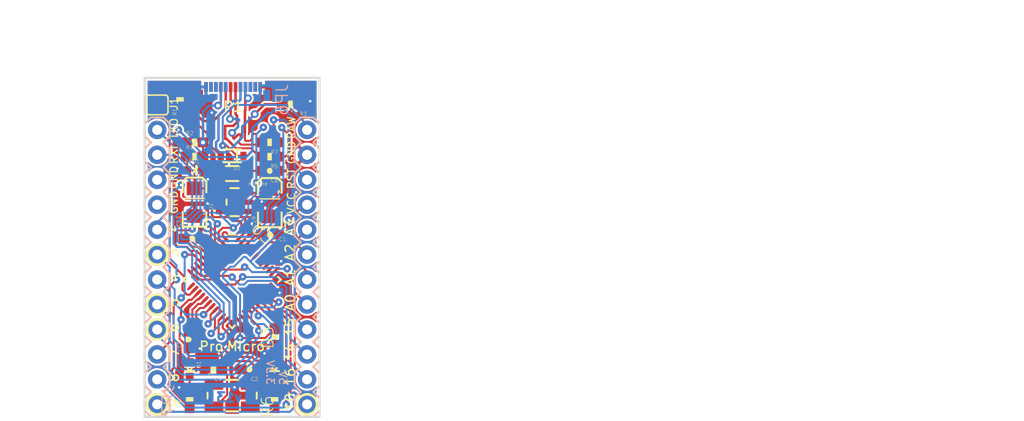
<source format=kicad_pcb>
(kicad_pcb (version 20171130) (host pcbnew 5.99.0+really5.1.10+dfsg1-1)
  (layers (0 Top signal) (31 Bottom signal) (34 B.Paste user) (35 F.Paste user) (36 B.SilkS user) (37 F.SilkS user) (38 B.Mask user) (39 F.Mask user) (44 Edge.Cuts user))
  (net 0 "")
  (net 1 GND)
  (net 2 3.3V)
  (net 3 "Net-(LED1-PadA)")
  (net 4 /RESET)
  (net 5 /AREF)
  (net 6 "Net-(D3-PadC)")
  (net 7 "Net-(R6-Pad1)")
  (net 8 /RAW)
  (net 9 /D10)
  (net 10 /MOSI)
  (net 11 /MISO)
  (net 12 /SCK)
  (net 13 /A0)
  (net 14 /A1)
  (net 15 /A2)
  (net 16 /A3)
  (net 17 /TXO)
  (net 18 /RXI)
  (net 19 /D2)
  (net 20 /D3)
  (net 21 /D4)
  (net 22 /D5)
  (net 23 /D6)
  (net 24 /D7)
  (net 25 /D8)
  (net 26 /D9)
  (net 27 "Net-(C2-Pad1)")
  (net 28 "Net-(C4-Pad1)")
  (net 29 /D14)
  (net 30 "Net-(C5-Pad2)")
  (net 31 /D+)
  (net 32 /D-)
  (net 33 "Net-(D1-PadC)")
  (net 34 "Net-(D2-Pad2)")
  (net 35 "Net-(P1-PadB5)")
  (net 36 "Net-(P1-PadS1)")
  (net 37 "Net-(P1-PadA5)")
  (module SparkFun_Pro_Micro:0603-RES (layer Top) (at 154.45 89.7 180)
    (fp_text reference R3 (at -0.889 -0.762) (layer F.SilkS) (effects (font (size 0.38608 0.38608) (thickness 0.032512)) (justify left top)))
    (fp_text value 22)
    (pad 2 smd rect (at 0.85 0 180) (size 1.1 1) (layers Top F.Paste F.Mask) (net 35 "Net-(P1-PadB5)"))
    (pad 1 smd rect (at -0.85 0 180) (size 1.1 1) (layers Top F.Paste F.Mask) (net 1 GND))
  )
  (module SparkFun_Pro_Micro:0603-RES (layer Top) (at 143.2 89.2 90)
    (fp_text reference R1 (at -0.889 -0.762 90) (layer F.SilkS) (effects (font (size 0.38608 0.38608) (thickness 0.032512)) (justify right top)))
    (fp_text value 22)
    (pad 1 smd rect (at -0.85 0 90) (size 1.1 1) (layers Top F.Paste F.Mask) (net 1 GND))
    (pad 2 smd rect (at 0.85 0 90) (size 1.1 1) (layers Top F.Paste F.Mask) (net 37 "Net-(P1-PadA5)"))
  )
  (module Connector_USB:USB_C_Plug_Molex_105444 (layer Top) (at 148.6 87.9)
    (fp_text reference P1 (at 0 2.04) (layer F.SilkS))
    (fp_text value USB_C_Plug)
    (pad A1 smd rect (at -2.75 0.04) (size 0.38 1) (layers Top F.Paste F.Mask) (net 1 GND))
    (pad A2 smd rect (at -2.25 0.04) (size 0.38 1) (layers Top F.Paste F.Mask))
    (pad A3 smd rect (at -1.75 0.04) (size 0.38 1) (layers Top F.Paste F.Mask))
    (pad A4 smd rect (at -1.25 0.04) (size 0.38 1) (layers Top F.Paste F.Mask) (net 2 3.3V))
    (pad A5 smd rect (at -0.75 0.04) (size 0.38 1) (layers Top F.Paste F.Mask) (net 37 "Net-(P1-PadA5)"))
    (pad A6 smd rect (at -0.25 0.04) (size 0.38 1) (layers Top F.Paste F.Mask) (net 31 /D+))
    (pad A7 smd rect (at 0.25 0.04) (size 0.38 1) (layers Top F.Paste F.Mask) (net 32 /D-))
    (pad A8 smd rect (at 0.75 0.04) (size 0.38 1) (layers Top F.Paste F.Mask))
    (pad A9 smd rect (at 1.25 0.04) (size 0.38 1) (layers Top F.Paste F.Mask) (net 2 3.3V))
    (pad A10 smd rect (at 1.75 0.04) (size 0.38 1) (layers Top F.Paste F.Mask))
    (pad A11 smd rect (at 2.25 0.04) (size 0.38 1) (layers Top F.Paste F.Mask))
    (pad A12 smd rect (at 2.75 0.04) (size 0.38 1) (layers Top F.Paste F.Mask) (net 1 GND))
    (pad S1 smd rect (at -3.42 0.88) (size 0.7 1.15) (layers Top F.Paste F.Mask) (net 36 "Net-(P1-PadS1)"))
    (pad S1 smd rect (at 3.42 0.88) (size 0.7 1.15) (layers Bottom B.Paste B.Mask) (net 36 "Net-(P1-PadS1)"))
    (pad B1 smd rect (at 2.75 0.04) (size 0.38 1) (layers Bottom B.Paste B.Mask) (net 1 GND))
    (pad B2 smd rect (at 2.25 0.04) (size 0.38 1) (layers Bottom B.Paste B.Mask))
    (pad B3 smd rect (at 1.75 0.04) (size 0.38 1) (layers Bottom B.Paste B.Mask))
    (pad B4 smd rect (at 1.25 0.04) (size 0.38 1) (layers Bottom B.Paste B.Mask) (net 2 3.3V))
    (pad B5 smd rect (at 0.75 0.04) (size 0.38 1) (layers Bottom B.Paste B.Mask) (net 35 "Net-(P1-PadB5)"))
    (pad B8 smd rect (at -0.75 0.04) (size 0.38 1) (layers Bottom B.Paste B.Mask))
    (pad B9 smd rect (at -1.25 0.04) (size 0.38 1) (layers Bottom B.Paste B.Mask) (net 2 3.3V))
    (pad B10 smd rect (at -1.75 0.04) (size 0.38 1) (layers Bottom B.Paste B.Mask))
    (pad B11 smd rect (at -2.25 0.04) (size 0.38 1) (layers Bottom B.Paste B.Mask))
    (pad B12 smd rect (at -2.75 0.04) (size 0.38 1) (layers Bottom B.Paste B.Mask) (net 1 GND))
  )
  (module SparkFun_Pro_Micro:CREATIVE_COMMONS (layer Top) (at 144.5 92.7)
    (fp_text reference FRAME1 hide)
    (fp_text value FRAME-LETTER hide)
  )
  (module SparkFun_Pro_Micro:0603-CAP (layer Top) (at 144.0688 113.6396 90)
    (fp_text reference C10 (at -0.889 -0.6985 90) (layer F.SilkS) (effects (font (size 0.38608 0.38608) (thickness 0.030886)) (justify left bottom)))
    (fp_text value 1uF)
    (pad 1 smd rect (at -0.85 0 90) (size 1.1 1) (layers Top F.Paste F.Mask) (net 2 3.3V))
    (pad 2 smd rect (at 0.85 0 90) (size 1.1 1) (layers Top F.Paste F.Mask) (net 1 GND))
  )
  (module SparkFun_Pro_Micro:EIA3216 (layer Top) (at 144.6784 99.661979 90)
    (fp_text reference C13 (at -2.54 -1.381 90) (layer F.SilkS) (effects (font (size 0.38608 0.38608) (thickness 0.030886)) (justify left bottom)))
    (fp_text value 10uF)
    (pad C smd rect (at -1.4 0 180) (size 1.6 1.4) (layers Top F.Paste F.Mask) (net 1 GND))
    (pad A smd rect (at 1.4 0 180) (size 1.6 1.4) (layers Top F.Paste F.Mask) (net 2 3.3V))
  )
  (module SparkFun_Pro_Micro:0603-RES (layer Top) (at 144.6784 95.013782)
    (fp_text reference R11 (at -0.889 -0.6985) (layer F.SilkS) (effects (font (size 0.38608 0.38608) (thickness 0.030886)) (justify left bottom)))
    (fp_text value 1K)
    (pad 1 smd rect (at -0.85 0) (size 1.1 1) (layers Top F.Paste F.Mask) (net 3 "Net-(LED1-PadA)"))
    (pad 2 smd rect (at 0.85 0) (size 1.1 1) (layers Top F.Paste F.Mask) (net 2 3.3V))
  )
  (module SparkFun_Pro_Micro:LED-0603 (layer Top) (at 144.6784 96.408241 270)
    (fp_text reference LED1 (at -0.6985 0.889) (layer F.SilkS) (effects (font (size 0.38608 0.38608) (thickness 0.030886)) (justify left bottom)))
    (fp_text value Red)
    (pad C smd rect (at 0 -0.75 270) (size 0.8 0.8) (layers Top F.Paste F.Mask) (net 1 GND))
    (pad A smd rect (at 0 0.75 270) (size 0.8 0.8) (layers Top F.Paste F.Mask) (net 3 "Net-(LED1-PadA)"))
  )
  (module SparkFun_Pro_Micro:0603-RES (layer Top) (at 144.6911 93.5736)
    (fp_text reference R2 (at -0.889 -0.6985) (layer F.SilkS) (effects (font (size 0.38608 0.38608) (thickness 0.030886)) (justify left bottom)))
    (fp_text value 10K)
    (pad 1 smd rect (at -0.85 0) (size 1.1 1) (layers Top F.Paste F.Mask) (net 4 /RESET))
    (pad 2 smd rect (at 0.85 0) (size 1.1 1) (layers Top F.Paste F.Mask) (net 2 3.3V))
  )
  (module SparkFun_Pro_Micro:0603-CAP (layer Top) (at 152.8191 113.3856 90)
    (fp_text reference C3 (at -0.889 -0.6985 90) (layer F.SilkS) (effects (font (size 0.38608 0.38608) (thickness 0.030886)) (justify left bottom)))
    (fp_text value 0.1uF)
    (pad 1 smd rect (at -0.85 0 90) (size 1.1 1) (layers Top F.Paste F.Mask) (net 1 GND))
    (pad 2 smd rect (at 0.85 0 90) (size 1.1 1) (layers Top F.Paste F.Mask) (net 2 3.3V))
  )
  (module SparkFun_Pro_Micro:0603-CAP (layer Top) (at 152.3492 102.95636 180)
    (fp_text reference C1 (at -0.889 -0.6985) (layer F.SilkS) (effects (font (size 0.38608 0.38608) (thickness 0.030886)) (justify left bottom)))
    (fp_text value 0.1uF)
    (pad 1 smd rect (at -0.85 0 180) (size 1.1 1) (layers Top F.Paste F.Mask) (net 1 GND))
    (pad 2 smd rect (at 0.85 0 180) (size 1.1 1) (layers Top F.Paste F.Mask) (net 5 /AREF))
  )
  (module SparkFun_Pro_Micro:0603-RES (layer Top) (at 152.8191 119.7356 90)
    (fp_text reference R6 (at -2 0 90) (layer F.SilkS) (effects (font (size 1.2065 1.2065) (thickness 0.09652)) (justify left bottom)))
    (fp_text value 330)
    (pad 1 smd rect (at -0.85 0 90) (size 1.1 1) (layers Top F.Paste F.Mask) (net 7 "Net-(R6-Pad1)"))
    (pad 2 smd rect (at 0.85 0 90) (size 1.1 1) (layers Top F.Paste F.Mask) (net 6 "Net-(D3-PadC)"))
  )
  (module SparkFun_Pro_Micro:LED-0603 (layer Top) (at 152.8191 116.6876 180)
    (fp_text reference D3 (at 0 2 90) (layer F.SilkS) (effects (font (size 1.2065 1.2065) (thickness 0.09652)) (justify left bottom)))
    (fp_text value Green)
    (pad C smd rect (at 0 -0.75 180) (size 0.8 0.8) (layers Top F.Paste F.Mask) (net 6 "Net-(D3-PadC)"))
    (pad A smd rect (at 0 0.75 180) (size 0.8 0.8) (layers Top F.Paste F.Mask) (net 2 3.3V))
  )
  (module SparkFun_Pro_Micro:SOT23-5 (layer Top) (at 148.747481 99.659438 90)
    (fp_text reference U2 (at -0.889 -2.159 90) (layer F.SilkS) (effects (font (size 0.38608 0.38608) (thickness 0.030886)) (justify left bottom)))
    (fp_text value MIC5219)
    (pad 1 smd rect (at -0.95 1.3001 90) (size 0.55 1.2) (layers Top F.Paste F.Mask) (net 8 /RAW))
    (pad 2 smd rect (at 0 1.3001 90) (size 0.55 1.2) (layers Top F.Paste F.Mask) (net 1 GND))
    (pad 3 smd rect (at 0.95 1.3001 90) (size 0.55 1.2) (layers Top F.Paste F.Mask) (net 8 /RAW))
    (pad 4 smd rect (at 0.95 -1.3001 90) (size 0.55 1.2) (layers Top F.Paste F.Mask))
    (pad 5 smd rect (at -0.95 -1.3001 90) (size 0.55 1.2) (layers Top F.Paste F.Mask) (net 2 3.3V))
  )
  (module SparkFun_Pro_Micro:EIA3216 (layer Top) (at 152.333959 99.710241 90)
    (fp_text reference C19 (at -2.54 -1.381 90) (layer F.SilkS) (effects (font (size 0.38608 0.38608) (thickness 0.030886)) (justify left bottom)))
    (fp_text value 10uF)
    (pad C smd rect (at -1.4 0 180) (size 1.6 1.4) (layers Top F.Paste F.Mask) (net 1 GND))
    (pad A smd rect (at 1.4 0 180) (size 1.6 1.4) (layers Top F.Paste F.Mask) (net 8 /RAW))
  )
  (module SparkFun_Pro_Micro:1X12 (layer Bottom) (at 156.1211 92.3036 270)
    (fp_text reference JP6 (at -1.3462 1.8288 270) (layer B.SilkS) (effects (font (size 1.2065 1.2065) (thickness 0.127)) (justify right bottom mirror)))
    (fp_text value M12PTH)
    (pad 1 thru_hole circle (at 0 0 180) (size 1.8796 1.8796) (drill 1.016) (layers *.Cu *.Mask) (net 8 /RAW))
    (pad 2 thru_hole circle (at 2.54 0 180) (size 1.8796 1.8796) (drill 1.016) (layers *.Cu *.Mask) (net 1 GND))
    (pad 3 thru_hole circle (at 5.08 0 180) (size 1.8796 1.8796) (drill 1.016) (layers *.Cu *.Mask) (net 4 /RESET))
    (pad 4 thru_hole circle (at 7.62 0 180) (size 1.8796 1.8796) (drill 1.016) (layers *.Cu *.Mask) (net 2 3.3V))
    (pad 5 thru_hole circle (at 10.16 0 180) (size 1.8796 1.8796) (drill 1.016) (layers *.Cu *.Mask) (net 16 /A3))
    (pad 6 thru_hole circle (at 12.7 0 180) (size 1.8796 1.8796) (drill 1.016) (layers *.Cu *.Mask) (net 15 /A2))
    (pad 7 thru_hole circle (at 15.24 0 180) (size 1.8796 1.8796) (drill 1.016) (layers *.Cu *.Mask) (net 14 /A1))
    (pad 8 thru_hole circle (at 17.78 0 180) (size 1.8796 1.8796) (drill 1.016) (layers *.Cu *.Mask) (net 13 /A0))
    (pad 9 thru_hole circle (at 20.32 0 180) (size 1.8796 1.8796) (drill 1.016) (layers *.Cu *.Mask) (net 12 /SCK))
    (pad 10 thru_hole circle (at 22.86 0 180) (size 1.8796 1.8796) (drill 1.016) (layers *.Cu *.Mask) (net 11 /MISO))
    (pad 11 thru_hole circle (at 25.4 0 180) (size 1.8796 1.8796) (drill 1.016) (layers *.Cu *.Mask) (net 10 /MOSI))
    (pad 12 thru_hole circle (at 27.94 0 180) (size 1.8796 1.8796) (drill 1.016) (layers *.Cu *.Mask) (net 9 /D10))
  )
  (module SparkFun_Pro_Micro:1X12 (layer Bottom) (at 140.8811 120.2436 90)
    (fp_text reference JP7 (at -1.3462 1.8288 90) (layer B.SilkS) (effects (font (size 1.2065 1.2065) (thickness 0.127)) (justify right bottom mirror)))
    (fp_text value M12PTH)
    (pad 1 thru_hole circle (at 0 0) (size 1.8796 1.8796) (drill 1.016) (layers *.Cu *.Mask) (net 26 /D9))
    (pad 2 thru_hole circle (at 2.54 0) (size 1.8796 1.8796) (drill 1.016) (layers *.Cu *.Mask) (net 25 /D8))
    (pad 3 thru_hole circle (at 5.08 0) (size 1.8796 1.8796) (drill 1.016) (layers *.Cu *.Mask) (net 24 /D7))
    (pad 4 thru_hole circle (at 7.62 0) (size 1.8796 1.8796) (drill 1.016) (layers *.Cu *.Mask) (net 23 /D6))
    (pad 5 thru_hole circle (at 10.16 0) (size 1.8796 1.8796) (drill 1.016) (layers *.Cu *.Mask) (net 22 /D5))
    (pad 6 thru_hole circle (at 12.7 0) (size 1.8796 1.8796) (drill 1.016) (layers *.Cu *.Mask) (net 21 /D4))
    (pad 7 thru_hole circle (at 15.24 0) (size 1.8796 1.8796) (drill 1.016) (layers *.Cu *.Mask) (net 20 /D3))
    (pad 8 thru_hole circle (at 17.78 0) (size 1.8796 1.8796) (drill 1.016) (layers *.Cu *.Mask) (net 19 /D2))
    (pad 9 thru_hole circle (at 20.32 0) (size 1.8796 1.8796) (drill 1.016) (layers *.Cu *.Mask) (net 1 GND))
    (pad 10 thru_hole circle (at 22.86 0) (size 1.8796 1.8796) (drill 1.016) (layers *.Cu *.Mask) (net 1 GND))
    (pad 11 thru_hole circle (at 25.4 0) (size 1.8796 1.8796) (drill 1.016) (layers *.Cu *.Mask) (net 18 /RXI))
    (pad 12 thru_hole circle (at 27.94 0) (size 1.8796 1.8796) (drill 1.016) (layers *.Cu *.Mask) (net 17 /TXO))
  )
  (module SparkFun_Pro_Micro:QFN-44-NOPAD_1_1-OUTFAKES (layer Top) (at 148.5011 107.5436 315)
    (fp_text reference U3 (at -2.45 -4.8 315) (layer F.SilkS) (effects (font (size 1.2065 1.2065) (thickness 0.1016)) (justify left bottom)))
    (fp_text value ATMEGA32U4)
    (fp_line (start 3.3365 -2.465) (end 3.8295 -2.465) (layer Top) (width 0.254))
    (fp_line (start 3.3365 -1.972) (end 3.8295 -1.972) (layer Top) (width 0.254))
    (fp_line (start 3.3365 -1.479) (end 3.8295 -1.479) (layer Top) (width 0.254))
    (fp_line (start 3.3365 -0.986) (end 3.8295 -0.986) (layer Top) (width 0.254))
    (fp_line (start 3.3365 -0.493) (end 3.8295 -0.493) (layer Top) (width 0.254))
    (fp_line (start 3.3365 0) (end 3.8295 0) (layer Top) (width 0.254))
    (fp_line (start 3.3365 0.493) (end 3.8295 0.493) (layer Top) (width 0.254))
    (fp_line (start 3.3365 0.986) (end 3.8295 0.986) (layer Top) (width 0.254))
    (fp_line (start 3.3365 1.479) (end 3.8295 1.479) (layer Top) (width 0.254))
    (fp_line (start 3.3365 1.972) (end 3.8295 1.972) (layer Top) (width 0.254))
    (fp_line (start 3.3365 2.465) (end 3.8295 2.465) (layer Top) (width 0.254))
    (fp_line (start -2.465 -3.3365) (end -2.465 -3.8295) (layer Top) (width 0.254))
    (fp_line (start -1.972 -3.3365) (end -1.972 -3.8295) (layer Top) (width 0.254))
    (fp_line (start -1.479 -3.3365) (end -1.479 -3.8295) (layer Top) (width 0.254))
    (fp_line (start -0.986 -3.3365) (end -0.986 -3.8295) (layer Top) (width 0.254))
    (fp_line (start -0.493 -3.3365) (end -0.493 -3.8295) (layer Top) (width 0.254))
    (fp_line (start 0 -3.3365) (end 0 -3.8295) (layer Top) (width 0.254))
    (fp_line (start 0.493 -3.3365) (end 0.493 -3.8295) (layer Top) (width 0.254))
    (fp_line (start 0.986 -3.3365) (end 0.986 -3.8295) (layer Top) (width 0.254))
    (fp_line (start 1.479 -3.3365) (end 1.479 -3.8295) (layer Top) (width 0.254))
    (fp_line (start 1.972 -3.3365) (end 1.972 -3.8295) (layer Top) (width 0.254))
    (fp_line (start 2.465 -3.3365) (end 2.465 -3.8295) (layer Top) (width 0.254))
    (fp_line (start -3.8135 -2.465) (end -3.3365 -2.465) (layer Top) (width 0.254))
    (fp_line (start -3.8135 -1.972) (end -3.3365 -1.972) (layer Top) (width 0.254))
    (fp_line (start -3.8135 -1.479) (end -3.3365 -1.479) (layer Top) (width 0.254))
    (fp_line (start -3.8135 -0.986) (end -3.3365 -0.986) (layer Top) (width 0.254))
    (fp_line (start -3.8135 -0.493) (end -3.3365 -0.493) (layer Top) (width 0.254))
    (fp_line (start -3.8135 0) (end -3.3365 0) (layer Top) (width 0.254))
    (fp_line (start -3.8135 0.493) (end -3.3365 0.493) (layer Top) (width 0.254))
    (fp_line (start -3.8135 0.986) (end -3.3365 0.986) (layer Top) (width 0.254))
    (fp_line (start -3.8135 1.479) (end -3.3365 1.479) (layer Top) (width 0.254))
    (fp_line (start -3.8135 1.972) (end -3.3365 1.972) (layer Top) (width 0.254))
    (fp_line (start -3.8135 2.465) (end -3.3365 2.465) (layer Top) (width 0.254))
    (fp_line (start 2.465 3.3365) (end 2.465 3.8295) (layer Top) (width 0.254))
    (fp_line (start 1.972 3.3365) (end 1.972 3.8295) (layer Top) (width 0.254))
    (fp_line (start 1.479 3.3365) (end 1.479 3.8295) (layer Top) (width 0.254))
    (fp_line (start 0.986 3.3365) (end 0.986 3.8295) (layer Top) (width 0.254))
    (fp_line (start 0.493 3.3365) (end 0.493 3.8295) (layer Top) (width 0.254))
    (fp_line (start 0 3.3365) (end 0 3.8295) (layer Top) (width 0.254))
    (fp_line (start -0.493 3.3365) (end -0.493 3.8295) (layer Top) (width 0.254))
    (fp_line (start -0.986 3.3365) (end -0.986 3.8295) (layer Top) (width 0.254))
    (fp_line (start -1.479 3.3365) (end -1.479 3.8295) (layer Top) (width 0.254))
    (fp_line (start -1.972 3.3365) (end -1.972 3.8295) (layer Top) (width 0.254))
    (fp_line (start -2.465 3.3365) (end -2.465 3.8295) (layer Top) (width 0.254))
    (pad 1 smd roundrect (at -3.3365 -2.465 135) (size 0.8 0.3) (layers Top F.Paste F.Mask) (roundrect_rratio 0.425) (net 24 /D7))
    (pad 2 smd roundrect (at -3.3365 -1.972 135) (size 0.8 0.3) (layers Top F.Paste F.Mask) (roundrect_rratio 0.425) (net 2 3.3V))
    (pad 3 smd roundrect (at -3.3365 -1.479 135) (size 0.8 0.3) (layers Top F.Paste F.Mask) (roundrect_rratio 0.425) (net 32 /D-))
    (pad 4 smd roundrect (at -3.3365 -0.986 135) (size 0.8 0.3) (layers Top F.Paste F.Mask) (roundrect_rratio 0.425) (net 31 /D+))
    (pad 5 smd roundrect (at -3.3365 -0.493 135) (size 0.8 0.3) (layers Top F.Paste F.Mask) (roundrect_rratio 0.425) (net 1 GND))
    (pad 6 smd roundrect (at -3.3365 0 135) (size 0.8 0.3) (layers Top F.Paste F.Mask) (roundrect_rratio 0.425) (net 30 "Net-(C5-Pad2)"))
    (pad 7 smd roundrect (at -3.3365 0.493 315) (size 0.8 0.3) (layers Top F.Paste F.Mask) (roundrect_rratio 0.425) (net 2 3.3V))
    (pad 8 smd roundrect (at -3.3365 0.986 315) (size 0.8 0.3) (layers Top F.Paste F.Mask) (roundrect_rratio 0.425) (net 29 /D14))
    (pad 9 smd roundrect (at -3.3365 1.479 315) (size 0.8 0.3) (layers Top F.Paste F.Mask) (roundrect_rratio 0.425) (net 12 /SCK))
    (pad 10 smd roundrect (at -3.3365 1.972 315) (size 0.8 0.3) (layers Top F.Paste F.Mask) (roundrect_rratio 0.425) (net 10 /MOSI))
    (pad 11 smd roundrect (at -3.3365 2.465 315) (size 0.8 0.3) (layers Top F.Paste F.Mask) (roundrect_rratio 0.425) (net 11 /MISO))
    (pad 12 smd roundrect (at -2.465 3.3365 225) (size 0.8 0.3) (layers Top F.Paste F.Mask) (roundrect_rratio 0.425))
    (pad 13 smd roundrect (at -1.972 3.3365 225) (size 0.8 0.3) (layers Top F.Paste F.Mask) (roundrect_rratio 0.425) (net 4 /RESET))
    (pad 14 smd roundrect (at -1.479 3.3365 225) (size 0.8 0.3) (layers Top F.Paste F.Mask) (roundrect_rratio 0.425) (net 2 3.3V))
    (pad 15 smd roundrect (at -0.986 3.3365 225) (size 0.8 0.3) (layers Top F.Paste F.Mask) (roundrect_rratio 0.425) (net 1 GND))
    (pad 16 smd roundrect (at -0.493 3.3365 225) (size 0.8 0.3) (layers Top F.Paste F.Mask) (roundrect_rratio 0.425) (net 28 "Net-(C4-Pad1)"))
    (pad 17 smd roundrect (at 0 3.3365 225) (size 0.8 0.3) (layers Top F.Paste F.Mask) (roundrect_rratio 0.425) (net 27 "Net-(C2-Pad1)"))
    (pad 18 smd roundrect (at 0.493 3.3365 45) (size 0.8 0.3) (layers Top F.Paste F.Mask) (roundrect_rratio 0.425) (net 20 /D3))
    (pad 19 smd roundrect (at 0.986 3.3365 45) (size 0.8 0.3) (layers Top F.Paste F.Mask) (roundrect_rratio 0.425) (net 19 /D2))
    (pad 20 smd roundrect (at 1.479 3.3365 45) (size 0.8 0.3) (layers Top F.Paste F.Mask) (roundrect_rratio 0.425) (net 18 /RXI))
    (pad 21 smd roundrect (at 1.972 3.3365 45) (size 0.8 0.3) (layers Top F.Paste F.Mask) (roundrect_rratio 0.425) (net 17 /TXO))
    (pad 22 smd roundrect (at 2.465 3.3365 45) (size 0.8 0.3) (layers Top F.Paste F.Mask) (roundrect_rratio 0.425) (net 7 "Net-(R6-Pad1)"))
    (pad 23 smd roundrect (at 3.3365 2.465 315) (size 0.8 0.3) (layers Top F.Paste F.Mask) (roundrect_rratio 0.425) (net 1 GND))
    (pad 24 smd roundrect (at 3.3365 1.972 315) (size 0.8 0.3) (layers Top F.Paste F.Mask) (roundrect_rratio 0.425) (net 2 3.3V))
    (pad 25 smd roundrect (at 3.3365 1.479 315) (size 0.8 0.3) (layers Top F.Paste F.Mask) (roundrect_rratio 0.425) (net 21 /D4))
    (pad 26 smd roundrect (at 3.3365 0.986 315) (size 0.8 0.3) (layers Top F.Paste F.Mask) (roundrect_rratio 0.425))
    (pad 27 smd roundrect (at 3.3365 0.493 315) (size 0.8 0.3) (layers Top F.Paste F.Mask) (roundrect_rratio 0.425) (net 23 /D6))
    (pad 28 smd roundrect (at 3.3365 0 315) (size 0.8 0.3) (layers Top F.Paste F.Mask) (roundrect_rratio 0.425) (net 25 /D8))
    (pad 29 smd roundrect (at 3.3365 -0.493 135) (size 0.8 0.3) (layers Top F.Paste F.Mask) (roundrect_rratio 0.425) (net 26 /D9))
    (pad 30 smd roundrect (at 3.3365 -0.986 135) (size 0.8 0.3) (layers Top F.Paste F.Mask) (roundrect_rratio 0.425) (net 9 /D10))
    (pad 31 smd roundrect (at 3.3365 -1.479 135) (size 0.8 0.3) (layers Top F.Paste F.Mask) (roundrect_rratio 0.425) (net 22 /D5))
    (pad 32 smd roundrect (at 3.3365 -1.972 135) (size 0.8 0.3) (layers Top F.Paste F.Mask) (roundrect_rratio 0.425))
    (pad 33 smd roundrect (at 3.3365 -2.465 135) (size 0.8 0.3) (layers Top F.Paste F.Mask) (roundrect_rratio 0.425) (net 1 GND))
    (pad 34 smd roundrect (at 2.465 -3.3365 45) (size 0.8 0.3) (layers Top F.Paste F.Mask) (roundrect_rratio 0.425) (net 2 3.3V))
    (pad 35 smd roundrect (at 1.972 -3.3365 45) (size 0.8 0.3) (layers Top F.Paste F.Mask) (roundrect_rratio 0.425) (net 1 GND))
    (pad 36 smd roundrect (at 1.479 -3.3365 45) (size 0.8 0.3) (layers Top F.Paste F.Mask) (roundrect_rratio 0.425) (net 13 /A0))
    (pad 37 smd roundrect (at 0.986 -3.3365 45) (size 0.8 0.3) (layers Top F.Paste F.Mask) (roundrect_rratio 0.425) (net 14 /A1))
    (pad 38 smd roundrect (at 0.493 -3.3365 45) (size 0.8 0.3) (layers Top F.Paste F.Mask) (roundrect_rratio 0.425) (net 15 /A2))
    (pad 39 smd roundrect (at 0 -3.3365 45) (size 0.8 0.3) (layers Top F.Paste F.Mask) (roundrect_rratio 0.425) (net 16 /A3))
    (pad 40 smd roundrect (at -0.493 -3.3365 225) (size 0.8 0.3) (layers Top F.Paste F.Mask) (roundrect_rratio 0.425))
    (pad 41 smd roundrect (at -0.986 -3.3365 225) (size 0.8 0.3) (layers Top F.Paste F.Mask) (roundrect_rratio 0.425))
    (pad 42 smd roundrect (at -1.479 -3.3365 225) (size 0.8 0.3) (layers Top F.Paste F.Mask) (roundrect_rratio 0.425) (net 5 /AREF))
    (pad 43 smd roundrect (at -1.972 -3.3365 225) (size 0.8 0.3) (layers Top F.Paste F.Mask) (roundrect_rratio 0.425) (net 1 GND))
    (pad 44 smd roundrect (at -2.465 -3.3365 225) (size 0.8 0.3) (layers Top F.Paste F.Mask) (roundrect_rratio 0.425) (net 2 3.3V))
  )
  (module SparkFun_Pro_Micro:CRYSTAL-SMD-5X3 (layer Top) (at 148.5011 119.3546)
    (fp_text reference Y1 (at -2.54 -1.905) (layer F.SilkS) (effects (font (size 0.38608 0.38608) (thickness 0.032512)) (justify left bottom)))
    (fp_text value 16MHz)
    (pad 1 smd rect (at -1.85 1.15) (size 1.9 1.1) (layers Top F.Paste F.Mask) (net 28 "Net-(C4-Pad1)"))
    (pad 3 smd rect (at 1.85 -1.15) (size 1.9 1.1) (layers Top F.Paste F.Mask) (net 27 "Net-(C2-Pad1)"))
    (pad 4 smd rect (at -1.85 -1.15) (size 1.9 1.1) (layers Top F.Paste F.Mask))
    (pad 2 smd rect (at 1.85 1.15) (size 1.9 1.1) (layers Top F.Paste F.Mask))
  )
  (module SparkFun_Pro_Micro:0603-CAP (layer Top) (at 150.2791 116.6876 180)
    (fp_text reference C2 (at -0.889 -0.762 180) (layer F.SilkS) (effects (font (size 0.38608 0.38608) (thickness 0.032512)) (justify right top)))
    (fp_text value 22pF)
    (pad 1 smd rect (at -0.85 0 180) (size 1.1 1) (layers Top F.Paste F.Mask) (net 27 "Net-(C2-Pad1)"))
    (pad 2 smd rect (at 0.85 0 180) (size 1.1 1) (layers Top F.Paste F.Mask) (net 1 GND))
  )
  (module SparkFun_Pro_Micro:0603-CAP (layer Top) (at 146.5961 116.6876 180)
    (fp_text reference C4 (at -0.889 -0.762 180) (layer F.SilkS) (effects (font (size 0.38608 0.38608) (thickness 0.032512)) (justify right top)))
    (fp_text value 22pF)
    (pad 1 smd rect (at -0.85 0 180) (size 1.1 1) (layers Top F.Paste F.Mask) (net 28 "Net-(C4-Pad1)"))
    (pad 2 smd rect (at 0.85 0 180) (size 1.1 1) (layers Top F.Paste F.Mask) (net 1 GND))
  )
  (module SparkFun_Pro_Micro:0603-CAP (layer Top) (at 144.465037 103.377994 180)
    (fp_text reference C5 (at -0.889 -0.762 180) (layer F.SilkS) (effects (font (size 0.38608 0.38608) (thickness 0.032512)) (justify right top)))
    (fp_text value 1uF)
    (pad 1 smd rect (at -0.85 0 180) (size 1.1 1) (layers Top F.Paste F.Mask) (net 1 GND))
    (pad 2 smd rect (at 0.85 0 180) (size 1.1 1) (layers Top F.Paste F.Mask) (net 30 "Net-(C5-Pad2)"))
  )
  (module SparkFun_Pro_Micro:0603-CAP (layer Top) (at 152.3238 96.47936 180)
    (fp_text reference C6 (at -0.889 -0.762 180) (layer F.SilkS) (effects (font (size 0.38608 0.38608) (thickness 0.032512)) (justify right top)))
    (fp_text value 1uF)
    (pad 1 smd rect (at -0.85 0 180) (size 1.1 1) (layers Top F.Paste F.Mask) (net 1 GND))
    (pad 2 smd rect (at 0.85 0 180) (size 1.1 1) (layers Top F.Paste F.Mask) (net 2 3.3V))
  )
  (module SparkFun_Pro_Micro:0603-RES (layer Top) (at 144.1831 119.7356 90)
    (fp_text reference R4 (at -0.889 -0.762 90) (layer F.SilkS) (effects (font (size 0.38608 0.38608) (thickness 0.032512)) (justify left bottom)))
    (fp_text value 330)
    (pad 1 smd rect (at -0.85 0 90) (size 1.1 1) (layers Top F.Paste F.Mask) (net 29 /D14))
    (pad 2 smd rect (at 0.85 0 90) (size 1.1 1) (layers Top F.Paste F.Mask) (net 33 "Net-(D1-PadC)"))
  )
  (module SparkFun_Pro_Micro:LED-0603 (layer Top) (at 144.1831 116.6876 180)
    (fp_text reference D1 (at -0.6985 0.889 270) (layer F.SilkS) (effects (font (size 0.38608 0.38608) (thickness 0.032512)) (justify right top)))
    (fp_text value Yellow)
    (pad C smd rect (at 0 -0.75 180) (size 0.8 0.8) (layers Top F.Paste F.Mask) (net 33 "Net-(D1-PadC)"))
    (pad A smd rect (at 0 0.75 180) (size 0.8 0.8) (layers Top F.Paste F.Mask) (net 2 3.3V))
  )
  (module SparkFun_Pro_Micro:0603-RES (layer Top) (at 152.3111 95.026482 180)
    (fp_text reference R5 (at -0.889 -0.762 180) (layer F.SilkS) (effects (font (size 0.38608 0.38608) (thickness 0.032512)) (justify right top)))
    (fp_text value 22)
    (pad 1 smd rect (at -0.85 0 180) (size 1.1 1) (layers Top F.Paste F.Mask) (net 32 /D-))
    (pad 2 smd rect (at 0.85 0 180) (size 1.1 1) (layers Top F.Paste F.Mask) (net 32 /D-))
  )
  (module SparkFun_Pro_Micro:0603-RES (layer Top) (at 152.3111 93.5736 180)
    (fp_text reference R7 (at -0.889 -0.762 180) (layer F.SilkS) (effects (font (size 0.38608 0.38608) (thickness 0.032512)) (justify right top)))
    (fp_text value 22)
    (pad 1 smd rect (at -0.85 0 180) (size 1.1 1) (layers Top F.Paste F.Mask) (net 31 /D+))
    (pad 2 smd rect (at 0.85 0 180) (size 1.1 1) (layers Top F.Paste F.Mask) (net 31 /D+))
  )
  (module SparkFun_Pro_Micro:MICRO-FIDUCIAL (layer Top) (at 150.5331 119.3546)
    (fp_text reference JP1 hide)
    (fp_text value FIDUCIALUFIDUCIAL hide)
    (pad 1 smd roundrect (at 0 0) (size 0.635 0.635) (layers Top F.Mask) (roundrect_rratio 0.5))
  )
  (module SparkFun_Pro_Micro:MICRO-FIDUCIAL (layer Top) (at 143.9291 92.3036)
    (fp_text reference JP2 hide)
    (fp_text value FIDUCIALUFIDUCIAL hide)
    (pad 1 smd roundrect (at 0 0) (size 0.635 0.635) (layers Top F.Mask) (roundrect_rratio 0.5))
  )
  (module SparkFun_Pro_Micro:PTC-1206 (layer Top) (at 148.5011 96.7486 180)
    (fp_text reference F1 hide)
    (fp_text value 500mA hide)
    (fp_text user >Name (at -1.524 -1.27 180) (layer F.SilkS) (effects (font (size 0.38608 0.38608) (thickness 0.032512)) (justify left bottom)))
    (pad 1 smd rect (at -1.4 0 180) (size 1 1.8) (layers Top F.Paste F.Mask) (net 2 3.3V))
    (pad 2 smd rect (at 1.4 0 180) (size 1 1.8) (layers Top F.Paste F.Mask) (net 34 "Net-(D2-Pad2)"))
  )
  (module SparkFun_Pro_Micro:SOD-323 (layer Top) (at 148.5011 94.9452 180)
    (fp_text reference D2 (at -0.889 -1.016 180) (layer F.SilkS) (effects (font (size 0.38608 0.38608) (thickness 0.032512)) (justify right top)))
    (fp_text value DIODESOD)
    (pad 1 smd rect (at -1.15 0 180) (size 0.63 0.83) (layers Top F.Paste F.Mask) (net 8 /RAW))
    (pad 2 smd rect (at 1.15 0 180) (size 0.63 0.83) (layers Top F.Paste F.Mask) (net 34 "Net-(D2-Pad2)"))
  )
  (module SparkFun_Pro_Micro:SJ_2S (layer Top) (at 140.8811 89.7636 180)
    (fp_text reference SJ1 (at -0.9498 -1.27 180) (layer F.SilkS) (effects (font (size 0.38608 0.38608) (thickness 0.032512)) (justify right top)))
    (fp_text value "Closed for 5V Board")
    (pad 1 smd rect (at -0.4119 0 180) (size 0.635 1.27) (layers Top F.Paste F.Mask) (net 34 "Net-(D2-Pad2)"))
    (pad 2 smd rect (at 0.4119 0 180) (size 0.635 1.27) (layers Top F.Paste F.Mask) (net 2 3.3V))
  )
  (gr_line (start 139.6111 87) (end 139.6111 121.5136) (layer Edge.Cuts) (width 0.2032))
  (gr_line (start 139.6111 121.5136) (end 157.3911 121.5136) (layer Edge.Cuts) (width 0.2032))
  (gr_line (start 157.3911 121.5136) (end 157.3911 87) (layer Edge.Cuts) (width 0.2032))
  (gr_line (start 157.3911 87) (end 139.6111 87) (layer Edge.Cuts) (width 0.2032))
  (gr_circle (center 140.8811 112.6236) (end 141.8971 112.6236) (layer F.SilkS) (width 0.254))
  (gr_circle (center 140.8811 110.0836) (end 141.8971 110.0836) (layer F.SilkS) (width 0.254))
  (gr_circle (center 140.8811 105.0036) (end 141.8971 105.0036) (layer F.SilkS) (width 0.254))
  (gr_circle (center 140.8811 120.2436) (end 141.8971 120.2436) (layer F.SilkS) (width 0.254))
  (gr_circle (center 156.1211 120.2436) (end 157.1371 120.2436) (layer F.SilkS) (width 0.254))
  (gr_text v13 (at 149.6441 120.1166) (layer Bottom) (effects (font (size 0.9652 0.9652) (thickness 0.254)) (justify left bottom mirror)))
  (gr_text 9 (at 143.1671 120.6246 90) (layer F.SilkS) (effects (font (size 0.9652 0.9652) (thickness 0.1524)) (justify left bottom)))
  (gr_text 8 (at 143.1671 118.0846 90) (layer F.SilkS) (effects (font (size 0.9652 0.9652) (thickness 0.1524)) (justify left bottom)))
  (gr_text 7 (at 143.1671 115.5446 90) (layer F.SilkS) (effects (font (size 0.9652 0.9652) (thickness 0.1524)) (justify left bottom)))
  (gr_text 6 (at 143.1671 113.0046 90) (layer F.SilkS) (effects (font (size 0.9652 0.9652) (thickness 0.1524)) (justify left bottom)))
  (gr_text 5 (at 143.1671 110.4646 90) (layer F.SilkS) (effects (font (size 0.9652 0.9652) (thickness 0.1524)) (justify left bottom)))
  (gr_text 4 (at 143.1671 107.9246 90) (layer F.SilkS) (effects (font (size 0.9652 0.9652) (thickness 0.1524)) (justify left bottom)))
  (gr_text 3 (at 143.1671 105.3846 90) (layer F.SilkS) (effects (font (size 0.9652 0.9652) (thickness 0.1524)) (justify left bottom)))
  (gr_text 2 (at 142.791178 102.796341 90) (layer F.SilkS) (effects (font (size 0.77216 0.77216) (thickness 0.12192)) (justify left bottom)))
  (gr_text GND (at 143.0401 100.9396 90) (layer F.SilkS) (effects (font (size 0.77216 0.77216) (thickness 0.12192)) (justify left bottom)))
  (gr_text GND (at 143.0401 98.3996 90) (layer F.SilkS) (effects (font (size 0.77216 0.77216) (thickness 0.12192)) (justify left bottom)))
  (gr_text RXI (at 143.0401 95.8596 90) (layer F.SilkS) (effects (font (size 0.77216 0.77216) (thickness 0.12192)) (justify left bottom)))
  (gr_text TXO (at 143.0401 93.3196 90) (layer F.SilkS) (effects (font (size 0.77216 0.77216) (thickness 0.12192)) (justify left bottom)))
  (gr_text RAW (at 154.9781 93.3196 90) (layer F.SilkS) (effects (font (size 0.77216 0.77216) (thickness 0.12192)) (justify left bottom)))
  (gr_text GND (at 154.9781 95.8596 90) (layer F.SilkS) (effects (font (size 0.77216 0.77216) (thickness 0.12192)) (justify left bottom)))
  (gr_text RST (at 154.9781 98.3996 90) (layer F.SilkS) (effects (font (size 0.77216 0.77216) (thickness 0.12192)) (justify left bottom)))
  (gr_text VCC (at 154.9781 100.9396 90) (layer F.SilkS) (effects (font (size 0.77216 0.77216) (thickness 0.12192)) (justify left bottom)))
  (gr_text A3 (at 154.9781 103.2256 90) (layer F.SilkS) (effects (font (size 0.9652 0.9652) (thickness 0.1524)) (justify left bottom)))
  (gr_text A2 (at 154.9781 105.7656 90) (layer F.SilkS) (effects (font (size 0.9652 0.9652) (thickness 0.1524)) (justify left bottom)))
  (gr_text A1 (at 154.9781 108.3056 90) (layer F.SilkS) (effects (font (size 0.9652 0.9652) (thickness 0.1524)) (justify left bottom)))
  (gr_text A0 (at 154.9781 110.8456 90) (layer F.SilkS) (effects (font (size 0.9652 0.9652) (thickness 0.1524)) (justify left bottom)))
  (gr_text 15 (at 154.9781 113.3856 90) (layer F.SilkS) (effects (font (size 0.9652 0.9652) (thickness 0.1524)) (justify left bottom)))
  (gr_text 14 (at 154.9781 115.9256 90) (layer F.SilkS) (effects (font (size 0.9652 0.9652) (thickness 0.1524)) (justify left bottom)))
  (gr_text 16 (at 154.9781 118.4656 90) (layer F.SilkS) (effects (font (size 0.9652 0.9652) (thickness 0.1524)) (justify left bottom)))
  (gr_text 10 (at 154.9781 121.0056 90) (layer F.SilkS) (effects (font (size 0.9652 0.9652) (thickness 0.1524)) (justify left bottom)))
  (gr_text 3.3V (at 151.9301 118.3386 -90) (layer B.SilkS) (effects (font (size 0.77216 0.77216) (thickness 0.12192)) (justify left bottom mirror)))
  (gr_text 5V (at 153.2001 118.3386 -90) (layer B.SilkS) (effects (font (size 0.77216 0.77216) (thickness 0.12192)) (justify left bottom mirror)))
  (gr_text Pro (at 145.0721 114.9096) (layer F.SilkS) (effects (font (size 0.9652 0.9652) (thickness 0.1524)) (justify left bottom)))
  (gr_text J1 (at 143.0401 90.3986 90) (layer F.SilkS) (effects (font (size 0.77216 0.77216) (thickness 0.12192)) (justify left bottom)))
  (gr_text Micro (at 147.8661 114.9096) (layer F.SilkS) (effects (font (size 0.9652 0.9652) (thickness 0.1524)) (justify left bottom)))
  (via (at 148.739862 118.511319) (size 0.762) (drill 0.254) (layers Top Bottom) (net 1))
  (via (at 154.4701 102.8446) (size 0.762) (drill 0.254) (layers Top Bottom) (net 1))
  (via (at 151.51354 99.598482) (size 0.762) (drill 0.254) (layers Top Bottom) (net 1))
  (via (at 153.492206 105.671625) (size 0.762) (drill 0.254) (layers Top Bottom) (net 1))
  (via (at 150.495003 101.866704) (size 0.762) (drill 0.254) (layers Top Bottom) (net 1))
  (via (at 146.001737 99.804219) (size 0.762) (drill 0.254) (layers Top Bottom) (net 1))
  (via (at 156.4386 89.3826) (size 0.762) (drill 0.254) (layers Top Bottom) (net 1))
  (via (at 153.3271 108.8898) (size 0.762) (drill 0.254) (layers Top Bottom) (net 1))
  (via (at 148.193759 95.811341) (size 0.762) (drill 0.254) (layers Top Bottom) (net 1))
  (via (at 151.798021 115.056922) (size 0.762) (drill 0.254) (layers Top Bottom) (net 1))
  (via (at 155.008578 98.661219) (size 0.762) (drill 0.254) (layers Top Bottom) (net 1))
  (via (at 142.951203 96.260919) (size 0.762) (drill 0.254) (layers Top Bottom) (net 1))
  (segment (start 153.323059 108.8898) (end 153.3271 108.8898) (width 0.2032) (layer Top) (net 1))
  (segment (start 152.603378 108.159844) (end 153.257134 108.8136) (width 0.2032) (layer Top) (net 1))
  (segment (start 153.257134 108.8136) (end 153.5811 108.8136) (width 0.2032) (layer Top) (net 1))
  (via (at 143.11884 118.521479) (size 0.762) (drill 0.254) (layers Top Bottom) (net 1))
  (segment (start 152.8191 114.2356) (end 152.8191 114.046) (width 0.2032) (layer Top) (net 1))
  (segment (start 144.272 110.015019) (end 144.510759 110.015019) (width 0.2032) (layer Top) (net 1))
  (segment (start 144.510759 110.015019) (end 144.971518 109.55426) (width 0.2032) (layer Top) (net 1))
  (segment (start 144.971518 109.55426) (end 145.096025 109.55426) (width 0.2032) (layer Top) (net 1))
  (segment (start 145.7461 116.6876) (end 145.7461 115.60646) (width 0.2032) (layer Top) (net 1))
  (segment (start 145.7461 115.60646) (end 144.873981 114.734341) (width 0.2032) (layer Top) (net 1))
  (segment (start 144.873981 114.734341) (end 144.873981 113.5888) (width 0.2032) (layer Top) (net 1))
  (segment (start 144.873981 113.5888) (end 144.2466 112.961419) (width 0.2032) (layer Top) (net 1))
  (segment (start 144.2466 112.961419) (end 144.240618 112.961419) (width 0.2032) (layer Top) (net 1))
  (segment (start 144.240618 112.961419) (end 144.0688 112.7896) (width 0.2032) (layer Top) (net 1))
  (segment (start 149.465946 111.994485) (end 149.5171 112.045638) (width 0.2032) (layer Top) (net 1))
  (segment (start 149.5171 112.045638) (end 149.5171 112.4458) (width 0.2032) (layer Top) (net 1))
  (segment (start 150.9522 114.533682) (end 150.9522 114.533682) (width 0.2032) (layer Top) (net 1))
  (segment (start 150.9522 114.533682) (end 151.798021 115.056922) (width 0.2032) (layer Top) (net 1))
  (segment (start 144.272 110.015019) (end 143.807181 110.479838) (width 0.2032) (layer Top) (net 1))
  (segment (start 143.807181 110.479838) (end 143.807181 111.053882) (width 0.2032) (layer Top) (net 1))
  (segment (start 143.807181 111.053882) (end 144.0688 111.3155) (width 0.2032) (layer Top) (net 1))
  (segment (start 144.0688 111.3155) (end 144.0688 112.7896) (width 0.2032) (layer Top) (net 1))
  (via (at 145.2118 114.561619) (size 0.762) (drill 0.254) (layers Top Bottom) (net 1))
  (segment (start 144.991278 101.061979) (end 144.6784 101.061979) (width 0.2032) (layer Top) (net 1))
  (via (at 146.0373 97.33026) (size 0.762) (drill 0.254) (layers Top Bottom) (net 1))
  (via (at 149.166581 114.44986) (size 0.762) (drill 0.254) (layers Top Bottom) (net 1))
  (segment (start 140.8811 97.3836) (end 142.003781 96.260919) (width 0.2032) (layer Bottom) (net 1))
  (segment (start 142.003781 96.260919) (end 142.951203 96.260919) (width 0.2032) (layer Bottom) (net 1))
  (segment (start 145.315037 103.377994) (end 145.315037 101.698616) (width 0.2032) (layer Top) (net 1))
  (segment (start 145.315037 101.698616) (end 144.6784 101.061979) (width 0.2032) (layer Top) (net 1))
  (segment (start 146.15315 104.498447) (end 145.315037 103.660335) (width 0.2032) (layer Top) (net 1))
  (segment (start 145.315037 103.660335) (end 145.315037 103.377994) (width 0.2032) (layer Top) (net 1))
  (segment (start 156.1212 89.7) (end 156.4386 89.3826) (width 0.25) (layer Top) (net 1))
  (via (at 146.431 90.551) (size 0.762) (drill 0.254) (layers Top Bottom) (net 1))
  (segment (start 145.850001 89.349999) (end 145.85 88.24) (width 0.25) (layer Top) (net 1))
  (segment (start 145.850001 90.255001) (end 145.850001 89.349999) (width 0.25) (layer Top) (net 1))
  (segment (start 146.146 90.551) (end 145.850001 90.255001) (width 0.25) (layer Top) (net 1))
  (segment (start 146.431 90.551) (end 146.146 90.551) (width 0.25) (layer Top) (net 1))
  (segment (start 145.857199 88.757199) (end 145.857199 88.957199) (width 0.25) (layer Bottom) (net 1))
  (segment (start 145.85 88.75) (end 145.857199 88.757199) (width 0.25) (layer Bottom) (net 1))
  (segment (start 145.85 88.24) (end 145.85 88.75) (width 0.25) (layer Bottom) (net 1))
  (segment (start 151.35 87.94) (end 152.36 87.94) (width 0.25) (layer Top) (net 1))
  (segment (start 151.35 87.94) (end 151.49 87.8) (width 0.25) (layer Bottom) (net 1))
  (segment (start 151.49 87.8) (end 152.1 87.8) (width 0.25) (layer Bottom) (net 1))
  (segment (start 140.4692 90.6217) (end 140.4692 89.7636) (width 0.2032) (layer Top) (net 2))
  (segment (start 140.8811 91.0336) (end 140.4692 90.6217) (width 0.2032) (layer Top) (net 2))
  (segment (start 141.5161 91.0336) (end 140.8811 91.0336) (width 0.2032) (layer Top) (net 2))
  (segment (start 141.9606 91.4781) (end 141.5161 91.0336) (width 0.2032) (layer Top) (net 2))
  (segment (start 153.6065 115.1502) (end 153.6065 112.8776) (width 0.2032) (layer Top) (net 2))
  (segment (start 153.6065 112.8776) (end 153.2645 112.5356) (width 0.2032) (layer Top) (net 2))
  (segment (start 153.2645 112.5356) (end 152.8191 112.5356) (width 0.2032) (layer Top) (net 2))
  (segment (start 143.8901 114.4896) (end 144.0688 114.4896) (width 0.2032) (layer Top) (net 2))
  (segment (start 144.1323 115.8868) (end 144.1831 115.9376) (width 0.2032) (layer Top) (net 2))
  (segment (start 141.9606 91.4781) (end 144.1196 91.4781) (width 0.2032) (layer Top) (net 2))
  (segment (start 144.1196 91.4781) (end 144.8181 92.1766) (width 0.2032) (layer Top) (net 2))
  (segment (start 144.8181 92.1766) (end 144.8181 92.8506) (width 0.2032) (layer Top) (net 2))
  (segment (start 144.8181 92.8506) (end 145.5411 93.5736) (width 0.2032) (layer Top) (net 2))
  (segment (start 144.747421 109.205657) (end 144.341918 109.61116) (width 0.2032) (layer Top) (net 2))
  (segment (start 144.341918 109.61116) (end 144.086581 109.61116) (width 0.2032) (layer Top) (net 2))
  (segment (start 143.1671 113.5879) (end 144.0688 114.4896) (width 0.2032) (layer Top) (net 2))
  (segment (start 144.0688 114.4896) (end 144.0688 115.8233) (width 0.2032) (layer Top) (net 2))
  (segment (start 144.0688 115.8233) (end 144.1831 115.9376) (width 0.2032) (layer Top) (net 2))
  (segment (start 152.5769 112.5356) (end 152.8191 112.5356) (width 0.2032) (layer Top) (net 2))
  (via (at 143.3068 111.61776) (size 0.762) (drill 0.254) (layers Top Bottom) (net 2))
  (via (at 149.299931 113.491007) (size 0.762) (drill 0.254) (layers Top Bottom) (net 2))
  (segment (start 149.81455 111.645882) (end 150.138131 111.969463) (width 0.2032) (layer Top) (net 2))
  (segment (start 143.1671 113.5879) (end 143.1671 111.75746) (width 0.2032) (layer Top) (net 2))
  (segment (start 143.1671 111.75746) (end 143.3068 111.61776) (width 0.2032) (layer Top) (net 2))
  (segment (start 144.086581 109.61116) (end 143.3068 110.390941) (width 0.2032) (layer Top) (net 2))
  (segment (start 143.3068 110.390941) (end 143.3068 111.61776) (width 0.2032) (layer Top) (net 2))
  (segment (start 144.155159 115.323619) (end 143.7259 114.89436) (width 0.2032) (layer Bottom) (net 2))
  (segment (start 143.7259 114.89436) (end 143.7259 113.441482) (width 0.2032) (layer Bottom) (net 2))
  (segment (start 143.7259 113.441482) (end 143.1671 112.882682) (width 0.2032) (layer Bottom) (net 2))
  (segment (start 143.1671 112.882682) (end 143.1671 111.75746) (width 0.2032) (layer Bottom) (net 2))
  (segment (start 143.1671 111.75746) (end 143.3068 111.61776) (width 0.2032) (layer Bottom) (net 2))
  (segment (start 152.603378 106.92736) (end 153.079337 106.4514) (width 0.2032) (layer Top) (net 2))
  (segment (start 153.079337 106.4514) (end 154.078937 106.4514) (width 0.2032) (layer Top) (net 2))
  (segment (start 154.078937 106.4514) (end 154.096718 106.433619) (width 0.2032) (layer Top) (net 2))
  (via (at 154.096718 106.433619) (size 0.762) (drill 0.254) (layers Top Bottom) (net 2))
  (segment (start 154.096718 106.433619) (end 153.3652 106.433619) (width 0.2032) (layer Bottom) (net 2))
  (segment (start 153.3652 106.433619) (end 153.2763 106.344719) (width 0.2032) (layer Bottom) (net 2))
  (segment (start 153.2763 106.344719) (end 150.985218 106.344719) (width 0.2032) (layer Bottom) (net 2))
  (segment (start 150.985218 106.344719) (end 150.3426 105.7021) (width 0.2032) (layer Bottom) (net 2))
  (segment (start 150.3426 105.7021) (end 149.870159 105.22966) (width 0.2032) (layer Bottom) (net 2))
  (segment (start 149.870159 105.22966) (end 149.692362 105.22966) (width 0.2032) (layer Bottom) (net 2))
  (segment (start 149.692362 105.22966) (end 148.69414 106.227882) (width 0.2032) (layer Bottom) (net 2))
  (segment (start 148.69414 106.227882) (end 148.315678 106.227882) (width 0.2032) (layer Bottom) (net 2))
  (segment (start 148.315678 106.227882) (end 147.581618 106.961941) (width 0.2032) (layer Bottom) (net 2))
  (segment (start 147.581618 106.961941) (end 147.581618 107.37596) (width 0.2032) (layer Bottom) (net 2))
  (segment (start 144.6784 98.261979) (end 145.061478 98.261979) (width 0.2032) (layer Top) (net 2))
  (segment (start 148.699221 100.7187) (end 148.699221 98.40976) (width 0.2032) (layer Top) (net 2))
  (segment (start 148.699221 98.40976) (end 148.338543 98.049082) (width 0.2032) (layer Top) (net 2))
  (segment (start 148.338543 98.049082) (end 146.362418 98.049082) (width 0.2032) (layer Top) (net 2))
  (segment (start 146.362418 98.049082) (end 146.149521 98.261979) (width 0.2032) (layer Top) (net 2))
  (segment (start 146.149521 98.261979) (end 144.6784 98.261979) (width 0.2032) (layer Top) (net 2))
  (segment (start 148.699221 100.7187) (end 148.699221 100.7187) (width 0.2032) (layer Top) (net 2))
  (segment (start 148.699221 100.7187) (end 148.589959 100.609438) (width 0.2032) (layer Top) (net 2))
  (segment (start 148.589959 100.609438) (end 147.447381 100.609438) (width 0.2032) (layer Top) (net 2))
  (segment (start 152.8191 115.9376) (end 153.6065 115.1502) (width 0.2032) (layer Top) (net 2))
  (segment (start 151.439878 102.148641) (end 151.163018 101.871782) (width 0.2032) (layer Top) (net 2))
  (segment (start 151.163018 101.871782) (end 151.163018 101.391719) (width 0.2032) (layer Top) (net 2))
  (segment (start 151.163018 101.391719) (end 150.957281 101.185982) (width 0.2032) (layer Top) (net 2))
  (segment (start 150.957281 101.185982) (end 149.890481 101.185982) (width 0.2032) (layer Top) (net 2))
  (segment (start 149.890481 101.185982) (end 148.930281 101.185982) (width 0.2032) (layer Top) (net 2))
  (segment (start 149.826981 102.731685) (end 149.826981 101.249482) (width 0.2032) (layer Top) (net 2))
  (segment (start 149.826981 101.249482) (end 149.890481 101.185982) (width 0.2032) (layer Top) (net 2))
  (segment (start 145.5411 93.5736) (end 145.5284 93.5863) (width 0.2032) (layer Top) (net 2))
  (segment (start 145.5284 93.5863) (end 145.5284 95.013782) (width 0.2032) (layer Top) (net 2))
  (segment (start 145.5284 95.013782) (end 144.6784 95.863782) (width 0.2032) (layer Top) (net 2))
  (segment (start 144.6784 95.863782) (end 144.6784 98.261979) (width 0.2032) (layer Top) (net 2))
  (segment (start 149.465946 103.092719) (end 149.826981 102.731685) (width 0.2032) (layer Top) (net 2))
  (segment (start 147.581618 107.37596) (end 149.308818 109.10316) (width 0.2032) (layer Bottom) (net 2))
  (segment (start 149.308818 109.10316) (end 149.308818 113.482119) (width 0.2032) (layer Bottom) (net 2))
  (segment (start 150.138131 111.969463) (end 150.138131 113.433857) (width 0.2032) (layer Top) (net 2))
  (segment (start 144.155159 115.323619) (end 147.185381 115.323619) (width 0.2032) (layer Bottom) (net 2))
  (segment (start 147.185381 115.323619) (end 149.017993 113.491007) (width 0.2032) (layer Bottom) (net 2))
  (segment (start 149.017993 113.491007) (end 149.299931 113.491007) (width 0.2032) (layer Bottom) (net 2))
  (segment (start 149.299931 113.491007) (end 150.195281 113.491007) (width 0.2032) (layer Top) (net 2))
  (segment (start 150.195281 113.491007) (end 151.863693 113.491007) (width 0.2032) (layer Top) (net 2))
  (segment (start 151.863693 113.491007) (end 152.8191 112.5356) (width 0.2032) (layer Top) (net 2))
  (segment (start 150.138131 113.433857) (end 150.138131 113.433857) (width 0.2032) (layer Top) (net 2))
  (segment (start 150.138131 113.433857) (end 150.195281 113.491007) (width 0.2032) (layer Top) (net 2))
  (segment (start 149.308818 113.482119) (end 149.308818 113.482119) (width 0.2032) (layer Bottom) (net 2))
  (segment (start 149.308818 113.482119) (end 149.299931 113.491007) (width 0.2032) (layer Bottom) (net 2))
  (via (at 154.264362 101.455222) (size 0.762) (drill 0.254) (layers Top Bottom) (net 2))
  (segment (start 156.1211 99.9236) (end 155.98394 99.9236) (width 0.2032) (layer Top) (net 2))
  (segment (start 151.439878 102.148641) (end 153.570943 102.148641) (width 0.2032) (layer Top) (net 2))
  (segment (start 153.570943 102.148641) (end 154.264362 101.455222) (width 0.2032) (layer Top) (net 2))
  (segment (start 154.264362 101.455222) (end 155.795984 99.9236) (width 0.2032) (layer Top) (net 2))
  (segment (start 155.795984 99.9236) (end 156.1211 99.9236) (width 0.2032) (layer Top) (net 2))
  (segment (start 154.264362 101.455222) (end 154.264362 101.780338) (width 0.2032) (layer Bottom) (net 2))
  (segment (start 154.264362 101.780338) (end 150.3426 105.7021) (width 0.2032) (layer Bottom) (net 2))
  (segment (start 148.699221 100.7187) (end 148.699221 100.954922) (width 0.2032) (layer Top) (net 2))
  (segment (start 148.699221 100.954922) (end 148.930281 101.185982) (width 0.2032) (layer Top) (net 2))
  (via (at 148.623021 102.280719) (size 0.762) (drill 0.254) (layers Top Bottom) (net 2))
  (via (at 151.6761 92.0496) (size 0.762) (drill 0.254) (layers Top Bottom) (net 2))
  (via (at 150.9649 97.6884) (size 0.762) (drill 0.254) (layers Top Bottom) (net 2))
  (segment (start 149.9011 96.7486) (end 150.0281 96.6216) (width 0.2032) (layer Top) (net 2))
  (segment (start 151.0411 97.6122) (end 150.9649 97.6884) (width 0.2032) (layer Bottom) (net 2))
  (segment (start 149.8981 93.4212) (end 150.3045 93.4212) (width 0.2032) (layer Top) (net 2))
  (segment (start 150.5331 93.1926) (end 150.5331 92.8624) (width 0.2032) (layer Top) (net 2))
  (segment (start 150.5331 92.8624) (end 150.6855 92.71) (width 0.2032) (layer Top) (net 2))
  (segment (start 150.6855 92.71) (end 151.0157 92.71) (width 0.2032) (layer Top) (net 2))
  (segment (start 151.0157 92.71) (end 151.6761 92.0496) (width 0.2032) (layer Top) (net 2))
  (segment (start 150.9649 97.6884) (end 150.9649 92.7608) (width 0.2032) (layer Bottom) (net 2))
  (segment (start 150.9649 92.7608) (end 151.6761 92.0496) (width 0.2032) (layer Bottom) (net 2))
  (segment (start 151.4611 97.1922) (end 150.9649 97.6884) (width 0.2032) (layer Top) (net 2))
  (segment (start 150.5331 93.1926) (end 150.3045 93.4212) (width 0.2032) (layer Top) (net 2))
  (segment (start 149.8011 93.3242) (end 149.8981 93.4212) (width 0.2032) (layer Top) (net 2))
  (segment (start 150.9649 97.6884) (end 150.9649 98.808541) (width 0.2032) (layer Bottom) (net 2))
  (segment (start 150.9649 98.808541) (end 150.149559 99.623882) (width 0.2032) (layer Bottom) (net 2))
  (segment (start 150.149559 99.623882) (end 150.149559 100.8634) (width 0.2032) (layer Bottom) (net 2))
  (segment (start 150.149559 100.8634) (end 148.73224 102.280719) (width 0.2032) (layer Bottom) (net 2))
  (segment (start 148.73224 102.280719) (end 148.623021 102.280719) (width 0.2032) (layer Bottom) (net 2))
  (segment (start 147.134578 103.406032) (end 147.134578 102.674416) (width 0.2032) (layer Top) (net 2))
  (segment (start 147.134578 102.674416) (end 147.528275 102.280719) (width 0.2032) (layer Top) (net 2))
  (segment (start 147.528275 102.280719) (end 148.623021 102.280719) (width 0.2032) (layer Top) (net 2))
  (segment (start 151.4738 96.47936) (end 150.17034 96.47936) (width 0.2032) (layer Top) (net 2))
  (segment (start 150.17034 96.47936) (end 149.9011 96.7486) (width 0.2032) (layer Top) (net 2))
  (segment (start 151.4611 97.1922) (end 151.4611 96.49206) (width 0.2032) (layer Top) (net 2))
  (segment (start 151.4611 96.49206) (end 151.4738 96.47936) (width 0.2032) (layer Top) (net 2))
  (segment (start 147.198962 103.452635) (end 147.152359 103.406032) (width 0.2032) (layer Top) (net 2))
  (segment (start 147.152359 103.406032) (end 147.134578 103.406032) (width 0.2032) (layer Top) (net 2))
  (via (at 144.45234 102.389941) (size 0.762) (drill 0.254) (layers Top Bottom) (net 2))
  (segment (start 147.076162 100.73386) (end 148.623021 102.280719) (width 0.2032) (layer Bottom) (net 2))
  (segment (start 144.289781 104.607357) (end 144.903206 104.607357) (width 0.2032) (layer Top) (net 2))
  (segment (start 143.875759 104.193335) (end 142.958815 104.193335) (width 0.2032) (layer Top) (net 2))
  (segment (start 142.958815 104.193335) (end 142.748 103.982519) (width 0.2032) (layer Top) (net 2))
  (segment (start 142.748 103.982519) (end 142.748 102.745541) (width 0.2032) (layer Top) (net 2))
  (segment (start 142.748 102.745541) (end 142.96644 102.5271) (width 0.2032) (layer Top) (net 2))
  (segment (start 142.96644 102.5271) (end 144.315181 102.5271) (width 0.2032) (layer Top) (net 2))
  (segment (start 144.315181 102.5271) (end 144.45234 102.389941) (width 0.2032) (layer Top) (net 2))
  (segment (start 147.076162 100.73386) (end 145.549621 100.73386) (width 0.2032) (layer Bottom) (net 2))
  (segment (start 145.549621 100.73386) (end 144.45234 101.831141) (width 0.2032) (layer Bottom) (net 2))
  (segment (start 144.45234 101.831141) (end 144.45234 102.389941) (width 0.2032) (layer Bottom) (net 2))
  (segment (start 145.793234 105.532944) (end 144.903206 104.642916) (width 0.2032) (layer Top) (net 2))
  (segment (start 144.903206 104.642916) (end 144.903206 104.607357) (width 0.2032) (layer Top) (net 2))
  (segment (start 143.875759 104.193335) (end 144.289781 104.607357) (width 0.2032) (layer Top) (net 2))
  (segment (start 149.8011 92.4636) (end 149.8011 92.5989) (width 0.2032) (layer Top) (net 2))
  (segment (start 149.8011 92.5989) (end 149.8011 93.3242) (width 0.2032) (layer Top) (net 2))
  (via (at 147.061983 89.829085) (size 0.8) (drill 0.4) (layers Top Bottom) (net 2))
  (via (at 145.5411 93.5736) (size 0.8) (drill 0.4) (layers Top Bottom) (net 2))
  (segment (start 145.5411 90.428874) (end 145.5411 93.5736) (width 0.25) (layer Bottom) (net 2))
  (segment (start 146.140889 89.829085) (end 145.5411 90.428874) (width 0.25) (layer Bottom) (net 2))
  (segment (start 147.061983 89.829085) (end 146.140889 89.829085) (width 0.25) (layer Bottom) (net 2))
  (segment (start 147.350001 89.541067) (end 147.061983 89.829085) (width 0.25) (layer Bottom) (net 2))
  (segment (start 147.35 88.24) (end 147.350001 89.541067) (width 0.25) (layer Bottom) (net 2))
  (segment (start 146.940001 89.9) (end 146.8 89.9) (width 0.25) (layer Top) (net 2))
  (segment (start 147.350001 89.49) (end 146.940001 89.9) (width 0.25) (layer Top) (net 2))
  (segment (start 147.35 88.24) (end 147.350001 89.49) (width 0.25) (layer Top) (net 2))
  (segment (start 149.8011 90.32666) (end 149.850001 90.277759) (width 0.25) (layer Top) (net 2))
  (segment (start 149.8011 92.5989) (end 149.8011 90.32666) (width 0.25) (layer Top) (net 2))
  (via (at 150.1 89.0842) (size 0.8) (drill 0.4) (layers Top Bottom) (net 2))
  (segment (start 149.85 88.8342) (end 150.1 89.0842) (width 0.25) (layer Bottom) (net 2))
  (segment (start 149.85 87.94) (end 149.85 88.8342) (width 0.25) (layer Bottom) (net 2))
  (segment (start 149.85 89.3342) (end 149.85 89.45) (width 0.25) (layer Top) (net 2))
  (segment (start 150.1 89.0842) (end 149.85 89.3342) (width 0.25) (layer Top) (net 2))
  (segment (start 149.85 89.45) (end 149.85 88.24) (width 0.25) (layer Top) (net 2))
  (segment (start 149.850001 90.277759) (end 149.85 89.45) (width 0.25) (layer Top) (net 2))
  (segment (start 143.8284 95.013782) (end 143.9284 95.113782) (width 0.2032) (layer Top) (net 3))
  (segment (start 143.9284 95.113782) (end 143.9284 96.408241) (width 0.2032) (layer Top) (net 3))
  (segment (start 143.9545 109.093) (end 143.4465 108.585) (width 0.2032) (layer Top) (net 4))
  (segment (start 143.4465 108.0262) (end 143.6751 107.7976) (width 0.2032) (layer Top) (net 4))
  (segment (start 143.6751 107.7976) (end 143.6751 107.2896) (width 0.2032) (layer Top) (net 4))
  (segment (start 154.8511 96.1136) (end 156.1211 97.3836) (width 0.2032) (layer Bottom) (net 4))
  (segment (start 154.8511 94.3356) (end 154.8511 96.1136) (width 0.2032) (layer Bottom) (net 4))
  (segment (start 155.2321 93.9546) (end 154.8511 94.3356) (width 0.2032) (layer Bottom) (net 4))
  (segment (start 155.2321 93.1926) (end 155.2321 93.9546) (width 0.2032) (layer Bottom) (net 4))
  (via (at 143.0401 92.3036) (size 0.762) (drill 0.254) (layers Top Bottom) (net 4))
  (segment (start 143.6751 107.2896) (end 142.1511 105.7656) (width 0.2032) (layer Top) (net 4))
  (segment (start 153.7589 90.1954) (end 154.8511 91.2876) (width 0.2032) (layer Bottom) (net 4))
  (segment (start 154.8511 91.2876) (end 154.8511 92.8116) (width 0.2032) (layer Bottom) (net 4))
  (segment (start 154.8511 92.8116) (end 155.2321 93.1926) (width 0.2032) (layer Bottom) (net 4))
  (segment (start 143.0401 92.3036) (end 145.8087 95.0722) (width 0.2032) (layer Bottom) (net 4))
  (segment (start 145.8087 95.0722) (end 148.5519 95.0722) (width 0.2032) (layer Bottom) (net 4))
  (segment (start 144.398818 108.857054) (end 144.3265 108.929372) (width 0.2032) (layer Top) (net 4))
  (segment (start 144.3265 108.929372) (end 144.3265 108.9406) (width 0.2032) (layer Top) (net 4))
  (segment (start 144.3265 108.9406) (end 144.1741 109.093) (width 0.2032) (layer Top) (net 4))
  (segment (start 144.1741 109.093) (end 143.9545 109.093) (width 0.2032) (layer Top) (net 4))
  (segment (start 143.4465 108.0262) (end 143.4465 108.585) (width 0.2032) (layer Top) (net 4))
  (segment (start 142.1511 95.359219) (end 141.589759 95.92056) (width 0.2032) (layer Top) (net 4))
  (segment (start 141.589759 95.92056) (end 141.589759 96.33966) (width 0.2032) (layer Top) (net 4))
  (segment (start 141.589759 96.33966) (end 142.1511 96.901) (width 0.2032) (layer Top) (net 4))
  (segment (start 142.1511 96.901) (end 142.1511 105.7656) (width 0.2032) (layer Top) (net 4))
  (segment (start 142.1511 95.359219) (end 142.1511 93.1926) (width 0.2032) (layer Top) (net 4))
  (segment (start 142.1511 93.1926) (end 143.0401 92.3036) (width 0.2032) (layer Top) (net 4))
  (segment (start 143.8411 93.5736) (end 143.8411 93.1046) (width 0.2032) (layer Top) (net 4))
  (segment (start 143.8411 93.1046) (end 143.0401 92.3036) (width 0.2032) (layer Top) (net 4))
  (segment (start 152.113674 90.6) (end 150.56049 92.153184) (width 0.25) (layer Bottom) (net 4))
  (segment (start 152.470043 90.6) (end 152.113674 90.6) (width 0.25) (layer Bottom) (net 4))
  (segment (start 152.874643 90.1954) (end 152.470043 90.6) (width 0.25) (layer Bottom) (net 4))
  (segment (start 152.9046 90.1954) (end 152.874643 90.1954) (width 0.25) (layer Bottom) (net 4))
  (segment (start 152.9046 90.1954) (end 153.7589 90.1954) (width 0.2032) (layer Bottom) (net 4))
  (segment (start 150.56049 92.153184) (end 150.56049 94.43951) (width 0.25) (layer Bottom) (net 4))
  (segment (start 149.9278 95.0722) (end 148.5519 95.0722) (width 0.25) (layer Bottom) (net 4))
  (segment (start 150.56049 94.43951) (end 149.9278 95.0722) (width 0.25) (layer Bottom) (net 4))
  (segment (start 150.163153 103.789925) (end 150.996718 102.95636) (width 0.2032) (layer Top) (net 5))
  (segment (start 150.996718 102.95636) (end 151.4992 102.95636) (width 0.2032) (layer Top) (net 5))
  (segment (start 152.8191 118.8856) (end 152.8191 117.4376) (width 0.2032) (layer Top) (net 6))
  (segment (start 147.5486 111.9886) (end 147.542134 111.9886) (width 0.2032) (layer Top) (net 7))
  (segment (start 147.542134 111.9886) (end 147.53625 111.994485) (width 0.2032) (layer Top) (net 7))
  (segment (start 152.0317 119.7982) (end 152.8191 120.5856) (width 0.2032) (layer Top) (net 7))
  (segment (start 152.0317 119.7982) (end 152.0317 116.078) (width 0.2032) (layer Top) (net 7))
  (segment (start 152.0317 116.078) (end 151.744681 115.790982) (width 0.2032) (layer Top) (net 7))
  (segment (start 151.744681 115.790982) (end 150.87854 115.790982) (width 0.2032) (layer Top) (net 7))
  (segment (start 147.5486 112.461041) (end 147.5486 111.9886) (width 0.2032) (layer Top) (net 7))
  (segment (start 147.5486 112.461041) (end 148.04644 112.958882) (width 0.2032) (layer Top) (net 7))
  (segment (start 148.04644 112.958882) (end 148.04644 114.17046) (width 0.2032) (layer Top) (net 7))
  (segment (start 148.04644 114.17046) (end 148.3614 114.485419) (width 0.2032) (layer Top) (net 7))
  (segment (start 148.3614 114.485419) (end 148.3614 115.26266) (width 0.2032) (layer Top) (net 7))
  (segment (start 148.3614 115.26266) (end 148.521421 115.422682) (width 0.2032) (layer Top) (net 7))
  (segment (start 148.521421 115.422682) (end 150.51024 115.422682) (width 0.2032) (layer Top) (net 7))
  (segment (start 150.51024 115.422682) (end 150.87854 115.790982) (width 0.2032) (layer Top) (net 7))
  (segment (start 149.118321 100.30206) (end 149.118321 98.6536) (width 0.2032) (layer Top) (net 8))
  (via (at 147.5486 93.9038) (size 0.762) (drill 0.254) (layers Top Bottom) (net 8))
  (segment (start 154.0891 89.7636) (end 156.1211 91.7956) (width 0.2032) (layer Bottom) (net 8))
  (segment (start 156.1211 91.7956) (end 156.1211 92.3036) (width 0.2032) (layer Bottom) (net 8))
  (segment (start 149.6511 94.9452) (end 148.9837 94.9452) (width 0.2032) (layer Top) (net 8))
  (segment (start 147.5486 90.9701) (end 147.5486 93.9038) (width 0.2032) (layer Bottom) (net 8))
  (segment (start 148.9837 94.9452) (end 147.9423 93.9038) (width 0.2032) (layer Top) (net 8))
  (segment (start 147.9423 93.9038) (end 147.5486 93.9038) (width 0.2032) (layer Top) (net 8))
  (segment (start 149.118321 100.30206) (end 149.387562 100.5713) (width 0.2032) (layer Top) (net 8))
  (segment (start 149.387562 100.5713) (end 150.009443 100.5713) (width 0.2032) (layer Top) (net 8))
  (segment (start 150.009443 100.5713) (end 150.047581 100.609438) (width 0.2032) (layer Top) (net 8))
  (segment (start 152.333959 98.310241) (end 151.934762 98.709438) (width 0.2032) (layer Top) (net 8))
  (segment (start 151.934762 98.709438) (end 150.047581 98.709438) (width 0.2032) (layer Top) (net 8))
  (segment (start 150.047581 98.709438) (end 149.991743 98.6536) (width 0.2032) (layer Top) (net 8))
  (segment (start 149.991743 98.6536) (end 149.118321 98.6536) (width 0.2032) (layer Top) (net 8))
  (segment (start 149.118321 98.6536) (end 149.118321 97.779841) (width 0.2032) (layer Top) (net 8))
  (segment (start 149.118321 97.779841) (end 148.97354 97.63506) (width 0.2032) (layer Top) (net 8))
  (segment (start 148.97354 97.63506) (end 148.97354 94.95536) (width 0.2032) (layer Top) (net 8))
  (segment (start 148.97354 94.95536) (end 148.9837 94.9452) (width 0.2032) (layer Top) (net 8))
  (segment (start 148.7551 89.7636) (end 147.5486 90.9701) (width 0.2032) (layer Bottom) (net 8))
  (segment (start 148.7551 89.7636) (end 154.0891 89.7636) (width 0.2032) (layer Bottom) (net 8))
  (segment (start 154.8765 118.3132) (end 154.8765 111.813341) (width 0.2032) (layer Top) (net 9))
  (segment (start 154.8765 118.3132) (end 156.1211 119.5578) (width 0.2032) (layer Top) (net 9))
  (segment (start 156.1211 119.5578) (end 156.1211 120.2436) (width 0.2032) (layer Top) (net 9))
  (segment (start 151.557568 109.205657) (end 153.139093 110.787182) (width 0.2032) (layer Top) (net 9))
  (segment (start 153.139093 110.787182) (end 153.85034 110.787182) (width 0.2032) (layer Top) (net 9))
  (segment (start 153.85034 110.787182) (end 154.8765 111.813341) (width 0.2032) (layer Top) (net 9))
  (segment (start 154.0383 115.6208) (end 156.1211 117.7036) (width 0.2032) (layer Bottom) (net 10))
  (segment (start 148.5011 107.2896) (end 149.2631 108.0516) (width 0.2032) (layer Bottom) (net 10))
  (segment (start 149.2631 108.0516) (end 149.7203 108.0516) (width 0.2032) (layer Bottom) (net 10))
  (segment (start 149.7203 108.0516) (end 150.1013 107.6706) (width 0.2032) (layer Bottom) (net 10))
  (segment (start 150.1013 107.6706) (end 152.6921 107.6706) (width 0.2032) (layer Bottom) (net 10))
  (segment (start 148.3741 107.1626) (end 148.5011 107.2896) (width 0.2032) (layer Top) (net 10))
  (segment (start 145.3551 107.1626) (end 145.9611 107.1626) (width 0.2032) (layer Top) (net 10))
  (via (at 148.5011 107.2896) (size 0.762) (drill 0.254) (layers Top Bottom) (net 10))
  (segment (start 145.9611 107.1626) (end 148.3741 107.1626) (width 0.2032) (layer Top) (net 10))
  (segment (start 152.6921 107.6706) (end 153.1239 108.1024) (width 0.2032) (layer Bottom) (net 10))
  (segment (start 153.1239 108.1024) (end 153.7843 108.1024) (width 0.2032) (layer Bottom) (net 10))
  (segment (start 153.7843 108.1024) (end 154.0129 108.331) (width 0.2032) (layer Bottom) (net 10))
  (segment (start 154.0129 108.331) (end 154.0129 109.7026) (width 0.2032) (layer Bottom) (net 10))
  (segment (start 154.0129 109.7026) (end 154.0383 109.728) (width 0.2032) (layer Bottom) (net 10))
  (segment (start 154.0383 109.728) (end 154.0383 115.6208) (width 0.2032) (layer Bottom) (net 10))
  (segment (start 144.747421 106.578754) (end 145.331268 107.1626) (width 0.2032) (layer Top) (net 10))
  (segment (start 145.331268 107.1626) (end 145.3551 107.1626) (width 0.2032) (layer Top) (net 10))
  (segment (start 145.0289 107.5436) (end 145.9611 107.5436) (width 0.2032) (layer Top) (net 11))
  (segment (start 145.9611 107.5436) (end 146.8501 107.5436) (width 0.2032) (layer Top) (net 11))
  (segment (start 146.8501 107.5436) (end 147.3581 108.0516) (width 0.2032) (layer Top) (net 11))
  (via (at 149.5679 107.2642) (size 0.762) (drill 0.254) (layers Top Bottom) (net 11))
  (segment (start 153.0731 107.2896) (end 153.4795 107.696) (width 0.2032) (layer Bottom) (net 11))
  (segment (start 153.4795 107.696) (end 154.0129 107.696) (width 0.2032) (layer Bottom) (net 11))
  (segment (start 154.4193 108.1024) (end 154.4193 113.538) (width 0.2032) (layer Bottom) (net 11))
  (segment (start 154.0129 107.696) (end 154.4193 108.1024) (width 0.2032) (layer Bottom) (net 11))
  (segment (start 154.4193 113.538) (end 156.0449 115.1636) (width 0.2032) (layer Bottom) (net 11))
  (segment (start 156.0449 115.1636) (end 156.1211 115.1636) (width 0.2032) (layer Bottom) (net 11))
  (segment (start 147.3581 108.0516) (end 148.7805 108.0516) (width 0.2032) (layer Top) (net 11))
  (segment (start 148.7805 108.0516) (end 149.5679 107.2642) (width 0.2032) (layer Top) (net 11))
  (segment (start 153.0731 107.2896) (end 149.5933 107.2896) (width 0.2032) (layer Bottom) (net 11))
  (segment (start 149.5933 107.2896) (end 149.5679 107.2642) (width 0.2032) (layer Bottom) (net 11))
  (segment (start 144.398818 106.92736) (end 145.015059 107.5436) (width 0.2032) (layer Top) (net 11))
  (segment (start 145.015059 107.5436) (end 145.0289 107.5436) (width 0.2032) (layer Top) (net 11))
  (segment (start 154.8511 111.3536) (end 156.1211 112.6236) (width 0.2032) (layer Bottom) (net 12))
  (segment (start 154.8511 107.7976) (end 154.8511 111.3536) (width 0.2032) (layer Bottom) (net 12))
  (segment (start 149.7711 106.2736) (end 150.0251 106.2736) (width 0.2032) (layer Bottom) (net 12))
  (segment (start 150.0251 106.2736) (end 150.5331 106.7816) (width 0.2032) (layer Bottom) (net 12))
  (segment (start 150.5331 106.7816) (end 153.2001 106.7816) (width 0.2032) (layer Bottom) (net 12))
  (segment (start 149.5171 106.5276) (end 149.7711 106.2736) (width 0.2032) (layer Top) (net 12))
  (segment (start 145.3637 106.5276) (end 145.393475 106.5276) (width 0.2032) (layer Top) (net 12))
  (via (at 149.7711 106.2736) (size 0.762) (drill 0.254) (layers Top Bottom) (net 12))
  (segment (start 145.9611 106.5276) (end 149.5171 106.5276) (width 0.2032) (layer Top) (net 12))
  (segment (start 153.2001 106.7816) (end 153.7081 107.2896) (width 0.2032) (layer Bottom) (net 12))
  (segment (start 153.7081 107.2896) (end 154.3431 107.2896) (width 0.2032) (layer Bottom) (net 12))
  (segment (start 154.3431 107.2896) (end 154.8511 107.7976) (width 0.2032) (layer Bottom) (net 12))
  (segment (start 145.096025 106.23015) (end 145.393475 106.5276) (width 0.2032) (layer Top) (net 12))
  (segment (start 145.393475 106.5276) (end 145.9611 106.5276) (width 0.2032) (layer Top) (net 12))
  (segment (start 154.881581 106.067863) (end 154.881581 108.844082) (width 0.2032) (layer Top) (net 13))
  (segment (start 151.906171 106.23015) (end 153.14034 104.995982) (width 0.2032) (layer Top) (net 13))
  (segment (start 153.14034 104.995982) (end 154.21864 104.995982) (width 0.2032) (layer Top) (net 13))
  (segment (start 154.21864 104.995982) (end 154.388818 105.16616) (width 0.2032) (layer Top) (net 13))
  (segment (start 154.388818 105.16616) (end 154.388818 105.5751) (width 0.2032) (layer Top) (net 13))
  (segment (start 154.388818 105.5751) (end 154.881581 106.067863) (width 0.2032) (layer Top) (net 13))
  (segment (start 156.1211 110.0836) (end 154.881581 108.844082) (width 0.2032) (layer Top) (net 13))
  (segment (start 151.557568 105.881547) (end 152.872396 104.566719) (width 0.2032) (layer Top) (net 14))
  (segment (start 152.872396 104.566719) (end 154.52344 104.566719) (width 0.2032) (layer Top) (net 14))
  (segment (start 154.52344 104.566719) (end 154.87904 104.922319) (width 0.2032) (layer Top) (net 14))
  (segment (start 154.87904 104.922319) (end 154.87904 105.506519) (width 0.2032) (layer Top) (net 14))
  (segment (start 154.87904 105.506519) (end 156.1211 106.748579) (width 0.2032) (layer Top) (net 14))
  (segment (start 156.1211 106.748579) (end 156.1211 107.5436) (width 0.2032) (layer Top) (net 14))
  (segment (start 151.208962 105.532944) (end 152.591746 104.15016) (width 0.2032) (layer Top) (net 15))
  (segment (start 152.591746 104.15016) (end 155.267659 104.15016) (width 0.2032) (layer Top) (net 15))
  (segment (start 155.267659 104.15016) (end 156.1211 105.0036) (width 0.2032) (layer Top) (net 15))
  (segment (start 152.290778 103.746304) (end 152.298396 103.746304) (width 0.2032) (layer Top) (net 16))
  (segment (start 151.208962 104.835738) (end 152.298396 103.746304) (width 0.2032) (layer Top) (net 16))
  (segment (start 152.298396 103.746304) (end 154.830778 103.746304) (width 0.2032) (layer Top) (net 16))
  (segment (start 154.830778 103.746304) (end 156.113481 102.4636) (width 0.2032) (layer Top) (net 16))
  (segment (start 156.113481 102.4636) (end 156.1211 102.4636) (width 0.2032) (layer Top) (net 16))
  (segment (start 145.3261 96.7486) (end 140.8811 92.3036) (width 0.2032) (layer Bottom) (net 17))
  (via (at 147.380959 113.350041) (size 0.762) (drill 0.254) (layers Top Bottom) (net 17))
  (segment (start 147.1295 111.683854) (end 147.149675 111.683854) (width 0.2032) (layer Top) (net 17))
  (segment (start 147.149675 111.683854) (end 147.187646 111.645882) (width 0.2032) (layer Top) (net 17))
  (segment (start 147.1295 111.683854) (end 147.1295 113.098582) (width 0.2032) (layer Top) (net 17))
  (segment (start 145.3261 106.9467) (end 148.229318 109.849919) (width 0.2032) (layer Bottom) (net 17))
  (segment (start 148.229318 109.849919) (end 148.229318 112.501682) (width 0.2032) (layer Bottom) (net 17))
  (segment (start 147.1295 113.098582) (end 147.380959 113.350041) (width 0.2032) (layer Top) (net 17))
  (segment (start 148.229318 112.501682) (end 147.380959 113.350041) (width 0.2032) (layer Bottom) (net 17))
  (segment (start 145.27784 96.79686) (end 145.3261 96.7486) (width 0.2032) (layer Bottom) (net 17))
  (segment (start 145.27784 100.459541) (end 144.139921 101.59746) (width 0.2032) (layer Bottom) (net 17))
  (segment (start 144.139921 101.59746) (end 143.532859 101.59746) (width 0.2032) (layer Bottom) (net 17))
  (segment (start 143.532859 101.59746) (end 143.33474 101.795579) (width 0.2032) (layer Bottom) (net 17))
  (segment (start 143.400781 103.45166) (end 144.200878 103.45166) (width 0.2032) (layer Bottom) (net 17))
  (segment (start 145.3261 104.576882) (end 145.3261 106.9467) (width 0.2032) (layer Bottom) (net 17))
  (segment (start 145.3261 104.576882) (end 144.200878 103.45166) (width 0.2032) (layer Bottom) (net 17))
  (segment (start 143.33474 101.795579) (end 143.33474 103.385619) (width 0.2032) (layer Bottom) (net 17))
  (segment (start 143.33474 103.385619) (end 143.400781 103.45166) (width 0.2032) (layer Bottom) (net 17))
  (segment (start 145.27784 96.79686) (end 145.27784 100.459541) (width 0.2032) (layer Bottom) (net 17))
  (segment (start 142.844518 94.8436) (end 140.8811 94.8436) (width 0.2032) (layer Bottom) (net 18))
  (via (at 146.364959 113.032541) (size 0.762) (drill 0.254) (layers Top Bottom) (net 18))
  (segment (start 146.7485 111.387638) (end 146.7485 112.649) (width 0.2032) (layer Top) (net 18))
  (segment (start 146.7485 111.387638) (end 146.748684 111.387638) (width 0.2032) (layer Top) (net 18))
  (segment (start 146.748684 111.387638) (end 146.839043 111.297279) (width 0.2032) (layer Top) (net 18))
  (segment (start 146.7485 112.649) (end 146.364959 113.032541) (width 0.2032) (layer Top) (net 18))
  (segment (start 144.8689 107.142279) (end 147.64004 109.913419) (width 0.2032) (layer Bottom) (net 18))
  (segment (start 147.64004 109.913419) (end 147.64004 111.75746) (width 0.2032) (layer Bottom) (net 18))
  (segment (start 147.64004 111.75746) (end 146.364959 113.032541) (width 0.2032) (layer Bottom) (net 18))
  (segment (start 143.972281 101.196141) (end 144.88414 100.284282) (width 0.2032) (layer Bottom) (net 18))
  (segment (start 144.88414 96.883222) (end 142.844518 94.8436) (width 0.2032) (layer Bottom) (net 18))
  (segment (start 144.8689 107.142279) (end 144.8689 104.696263) (width 0.2032) (layer Bottom) (net 18))
  (segment (start 144.8689 104.696263) (end 144.012918 103.840282) (width 0.2032) (layer Bottom) (net 18))
  (segment (start 144.012918 103.840282) (end 143.129 103.840282) (width 0.2032) (layer Bottom) (net 18))
  (segment (start 143.129 103.840282) (end 143.11884 103.840282) (width 0.2032) (layer Bottom) (net 18))
  (segment (start 142.930878 103.64216) (end 142.930878 101.602541) (width 0.2032) (layer Bottom) (net 18))
  (segment (start 143.327118 101.196141) (end 143.972281 101.196141) (width 0.2032) (layer Bottom) (net 18))
  (segment (start 143.327118 101.196141) (end 143.327118 101.2063) (width 0.2032) (layer Bottom) (net 18))
  (segment (start 143.327118 101.2063) (end 142.930878 101.602541) (width 0.2032) (layer Bottom) (net 18))
  (segment (start 142.930878 103.64216) (end 143.129 103.840282) (width 0.2032) (layer Bottom) (net 18))
  (segment (start 144.88414 96.883222) (end 144.88414 100.284282) (width 0.2032) (layer Bottom) (net 18))
  (via (at 146.060159 112.054638) (size 0.762) (drill 0.254) (layers Top Bottom) (net 19))
  (segment (start 146.49044 110.948675) (end 146.3167 111.122416) (width 0.2032) (layer Top) (net 19))
  (segment (start 146.3167 111.122416) (end 146.3167 111.798097) (width 0.2032) (layer Top) (net 19))
  (segment (start 146.3167 111.798097) (end 146.060159 112.054638) (width 0.2032) (layer Top) (net 19))
  (segment (start 144.4371 107.2896) (end 147.2311 110.0836) (width 0.2032) (layer Bottom) (net 19))
  (segment (start 147.2311 110.0836) (end 147.2311 110.883697) (width 0.2032) (layer Bottom) (net 19))
  (segment (start 147.2311 110.883697) (end 146.060159 112.054638) (width 0.2032) (layer Bottom) (net 19))
  (segment (start 140.8811 102.4636) (end 140.8811 101.74986) (width 0.2032) (layer Bottom) (net 19))
  (segment (start 140.8811 101.74986) (end 142.1638 100.46716) (width 0.2032) (layer Bottom) (net 19))
  (segment (start 142.1638 100.46716) (end 142.1638 97.668079) (width 0.2032) (layer Bottom) (net 19))
  (segment (start 142.1638 97.668079) (end 142.666718 97.16516) (width 0.2032) (layer Bottom) (net 19))
  (segment (start 142.666718 97.16516) (end 143.857978 97.16516) (width 0.2032) (layer Bottom) (net 19))
  (segment (start 143.857978 97.16516) (end 144.4371 97.744282) (width 0.2032) (layer Bottom) (net 19))
  (segment (start 143.764 100.7872) (end 144.434559 100.116641) (width 0.2032) (layer Bottom) (net 19))
  (segment (start 144.434559 97.746822) (end 144.4371 97.744282) (width 0.2032) (layer Bottom) (net 19))
  (segment (start 144.4371 107.2896) (end 144.4371 104.820719) (width 0.2032) (layer Bottom) (net 19))
  (segment (start 144.4371 104.820719) (end 143.845281 104.2289) (width 0.2032) (layer Bottom) (net 19))
  (segment (start 143.845281 104.2289) (end 142.8877 104.2289) (width 0.2032) (layer Bottom) (net 19))
  (segment (start 142.8877 104.2289) (end 142.5448 103.886) (width 0.2032) (layer Bottom) (net 19))
  (segment (start 142.5448 103.886) (end 142.5448 101.2952) (width 0.2032) (layer Bottom) (net 19))
  (segment (start 142.5448 101.2952) (end 143.0528 100.7872) (width 0.2032) (layer Bottom) (net 19))
  (segment (start 143.0528 100.7872) (end 143.764 100.7872) (width 0.2032) (layer Bottom) (net 19))
  (segment (start 144.434559 97.746822) (end 144.434559 100.116641) (width 0.2032) (layer Bottom) (net 19))
  (segment (start 142.1511 106.2736) (end 140.8811 105.0036) (width 0.2032) (layer Bottom) (net 20))
  (segment (start 142.1511 108.0516) (end 142.1511 106.2736) (width 0.2032) (layer Bottom) (net 20))
  (segment (start 142.6591 108.5596) (end 142.1511 108.0516) (width 0.2032) (layer Bottom) (net 20))
  (segment (start 142.6591 109.9566) (end 142.6591 108.5596) (width 0.2032) (layer Bottom) (net 20))
  (segment (start 146.141837 110.600072) (end 146.14059 110.600072) (width 0.2032) (layer Top) (net 20))
  (via (at 145.600421 111.107216) (size 0.762) (drill 0.254) (layers Top Bottom) (net 20))
  (segment (start 143.809715 111.107216) (end 142.6591 109.9566) (width 0.2032) (layer Bottom) (net 20))
  (segment (start 143.809715 111.107216) (end 145.600421 111.107216) (width 0.2032) (layer Bottom) (net 20))
  (segment (start 146.14059 110.600072) (end 145.633446 111.107216) (width 0.2032) (layer Top) (net 20))
  (segment (start 145.633446 111.107216) (end 145.600421 111.107216) (width 0.2032) (layer Top) (net 20))
  (segment (start 140.8811 107.5436) (end 142.1511 108.8136) (width 0.2032) (layer Bottom) (net 21))
  (segment (start 142.1511 108.8136) (end 142.1511 110.7948) (width 0.2032) (layer Bottom) (net 21))
  (via (at 151.20874 112.753141) (size 0.762) (drill 0.254) (layers Top Bottom) (net 21))
  (segment (start 142.1511 110.7948) (end 142.5321 111.1758) (width 0.2032) (layer Bottom) (net 21))
  (segment (start 142.5321 111.1758) (end 142.5321 113.565941) (width 0.2032) (layer Bottom) (net 21))
  (segment (start 150.163153 111.297279) (end 151.20874 112.342866) (width 0.2032) (layer Top) (net 21))
  (segment (start 151.20874 112.342866) (end 151.20874 112.753141) (width 0.2032) (layer Top) (net 21))
  (segment (start 151.20874 113.39576) (end 151.20874 112.753141) (width 0.2032) (layer Bottom) (net 21))
  (segment (start 142.5321 113.565941) (end 143.0274 114.061241) (width 0.2032) (layer Bottom) (net 21))
  (segment (start 143.0274 114.061241) (end 143.0274 116.248179) (width 0.2032) (layer Bottom) (net 21))
  (segment (start 143.0274 116.248179) (end 143.502381 116.72316) (width 0.2032) (layer Bottom) (net 21))
  (segment (start 143.502381 116.72316) (end 148.539203 116.72316) (width 0.2032) (layer Bottom) (net 21))
  (segment (start 148.539203 116.72316) (end 150.195281 115.067082) (width 0.2032) (layer Bottom) (net 21))
  (segment (start 150.195281 115.067082) (end 150.195281 114.409219) (width 0.2032) (layer Bottom) (net 21))
  (segment (start 150.195281 114.409219) (end 151.20874 113.39576) (width 0.2032) (layer Bottom) (net 21))
  (via (at 153.24074 109.837222) (size 0.762) (drill 0.254) (layers Top Bottom) (net 22))
  (segment (start 142.1511 113.1316) (end 142.1511 111.3536) (width 0.2032) (layer Bottom) (net 22))
  (segment (start 142.1511 111.3536) (end 140.8811 110.0836) (width 0.2032) (layer Bottom) (net 22))
  (segment (start 150.4569 111.7854) (end 150.741381 112.069882) (width 0.2032) (layer Bottom) (net 22))
  (segment (start 150.4569 111.7854) (end 150.4569 110.9472) (width 0.2032) (layer Bottom) (net 22))
  (segment (start 150.4569 110.9472) (end 151.023318 110.380782) (width 0.2032) (layer Bottom) (net 22))
  (segment (start 151.023318 110.380782) (end 152.697181 110.380782) (width 0.2032) (layer Bottom) (net 22))
  (segment (start 152.697181 110.380782) (end 153.24074 109.837222) (width 0.2032) (layer Bottom) (net 22))
  (segment (start 152.254775 109.205657) (end 152.88634 109.837222) (width 0.2032) (layer Top) (net 22))
  (segment (start 152.88634 109.837222) (end 153.24074 109.837222) (width 0.2032) (layer Top) (net 22))
  (segment (start 150.741381 112.069882) (end 151.721818 112.069882) (width 0.2032) (layer Bottom) (net 22))
  (segment (start 151.721818 112.069882) (end 152.471118 112.819182) (width 0.2032) (layer Bottom) (net 22))
  (segment (start 152.471118 112.819182) (end 152.471118 113.352582) (width 0.2032) (layer Bottom) (net 22))
  (segment (start 152.471118 113.352582) (end 151.861518 113.962182) (width 0.2032) (layer Bottom) (net 22))
  (segment (start 151.861518 113.962182) (end 151.317959 113.962182) (width 0.2032) (layer Bottom) (net 22))
  (segment (start 151.317959 113.962182) (end 150.62454 114.6556) (width 0.2032) (layer Bottom) (net 22))
  (segment (start 150.62454 114.6556) (end 150.6093 114.6556) (width 0.2032) (layer Bottom) (net 22))
  (segment (start 150.6093 114.6556) (end 150.6093 115.267741) (width 0.2032) (layer Bottom) (net 22))
  (segment (start 150.6093 115.267741) (end 148.6662 117.210841) (width 0.2032) (layer Bottom) (net 22))
  (segment (start 148.6662 117.210841) (end 143.3703 117.210841) (width 0.2032) (layer Bottom) (net 22))
  (segment (start 143.3703 117.210841) (end 142.605759 116.4463) (width 0.2032) (layer Bottom) (net 22))
  (segment (start 142.605759 116.4463) (end 142.605759 114.24666) (width 0.2032) (layer Bottom) (net 22))
  (segment (start 142.605759 114.24666) (end 142.107918 113.748819) (width 0.2032) (layer Bottom) (net 22))
  (segment (start 142.107918 113.748819) (end 142.107918 113.174782) (width 0.2032) (layer Bottom) (net 22))
  (segment (start 142.107918 113.174782) (end 142.1511 113.1316) (width 0.2032) (layer Bottom) (net 22))
  (segment (start 151.1681 111.2266) (end 151.1681 110.9178) (width 0.2032) (layer Top) (net 23))
  (via (at 151.1681 111.2266) (size 0.762) (drill 0.254) (layers Top Bottom) (net 23))
  (segment (start 151.1681 110.91771) (end 151.1681 111.2266) (width 0.2032) (layer Top) (net 23))
  (segment (start 150.511756 110.251466) (end 151.1681 110.90781) (width 0.2032) (layer Top) (net 23))
  (segment (start 151.1681 110.90781) (end 151.1681 111.2266) (width 0.2032) (layer Top) (net 23))
  (segment (start 151.483059 114.366041) (end 152.105359 114.366041) (width 0.2032) (layer Bottom) (net 23))
  (segment (start 152.105359 114.366041) (end 152.9842 113.4872) (width 0.2032) (layer Bottom) (net 23))
  (segment (start 152.9842 113.4872) (end 152.9842 112.593119) (width 0.2032) (layer Bottom) (net 23))
  (segment (start 152.9842 112.593119) (end 151.617681 111.2266) (width 0.2032) (layer Bottom) (net 23))
  (segment (start 151.617681 111.2266) (end 151.1681 111.2266) (width 0.2032) (layer Bottom) (net 23))
  (segment (start 151.483059 114.366041) (end 151.023318 114.825782) (width 0.2032) (layer Bottom) (net 23))
  (segment (start 151.023318 114.825782) (end 151.023318 115.4938) (width 0.2032) (layer Bottom) (net 23))
  (segment (start 151.023318 115.4938) (end 148.7805 117.736619) (width 0.2032) (layer Bottom) (net 23))
  (segment (start 148.7805 117.736619) (end 143.14424 117.736619) (width 0.2032) (layer Bottom) (net 23))
  (segment (start 143.14424 117.736619) (end 142.123159 116.715538) (width 0.2032) (layer Bottom) (net 23))
  (segment (start 142.123159 116.715538) (end 142.123159 114.442241) (width 0.2032) (layer Bottom) (net 23))
  (segment (start 142.123159 114.442241) (end 140.8811 113.200182) (width 0.2032) (layer Bottom) (net 23))
  (segment (start 140.8811 113.200182) (end 140.8811 112.6236) (width 0.2032) (layer Bottom) (net 23))
  (via (at 143.30934 97.92716) (size 0.762) (drill 0.254) (layers Top Bottom) (net 24))
  (via (at 142.841978 107.5436) (size 0.762) (drill 0.254) (layers Top Bottom) (net 24))
  (segment (start 140.8811 115.1636) (end 142.1511 113.8936) (width 0.2032) (layer Top) (net 24))
  (segment (start 142.1511 113.8936) (end 142.1511 108.234479) (width 0.2032) (layer Top) (net 24))
  (segment (start 145.55724 99.296219) (end 143.784318 99.296219) (width 0.2032) (layer Top) (net 24))
  (segment (start 143.784318 99.296219) (end 143.5227 99.0346) (width 0.2032) (layer Top) (net 24))
  (segment (start 143.5227 99.0346) (end 143.5227 98.188782) (width 0.2032) (layer Top) (net 24))
  (segment (start 142.1511 101.081841) (end 142.6083 100.624641) (width 0.2032) (layer Bottom) (net 24))
  (segment (start 142.6083 100.624641) (end 142.6083 98.595182) (width 0.2032) (layer Bottom) (net 24))
  (segment (start 142.1511 105.3846) (end 142.1511 101.081841) (width 0.2032) (layer Bottom) (net 24))
  (segment (start 142.6083 98.595182) (end 143.276321 97.92716) (width 0.2032) (layer Bottom) (net 24))
  (segment (start 143.276321 97.92716) (end 143.30934 97.92716) (width 0.2032) (layer Bottom) (net 24))
  (segment (start 143.5227 98.188782) (end 143.30934 97.975422) (width 0.2032) (layer Top) (net 24))
  (segment (start 143.30934 97.975422) (end 143.30934 97.92716) (width 0.2032) (layer Top) (net 24))
  (segment (start 145.55724 99.296219) (end 145.803618 99.049841) (width 0.2032) (layer Top) (net 24))
  (segment (start 145.803618 99.049841) (end 146.270981 99.049841) (width 0.2032) (layer Top) (net 24))
  (segment (start 148.706837 101.58476) (end 149.329137 101.58476) (width 0.2032) (layer Top) (net 24))
  (segment (start 149.43074 101.686363) (end 149.43074 102.445819) (width 0.2032) (layer Top) (net 24))
  (segment (start 148.32584 101.183441) (end 148.32584 101.203763) (width 0.2032) (layer Top) (net 24))
  (segment (start 148.32584 101.203763) (end 148.706837 101.58476) (width 0.2032) (layer Top) (net 24))
  (segment (start 149.43074 101.686363) (end 149.329137 101.58476) (width 0.2032) (layer Top) (net 24))
  (segment (start 149.43074 102.445819) (end 148.849078 103.027482) (width 0.2032) (layer Top) (net 24))
  (segment (start 148.849078 103.027482) (end 148.155662 103.027482) (width 0.2032) (layer Top) (net 24))
  (segment (start 147.53844 103.094907) (end 147.884856 103.441322) (width 0.2032) (layer Top) (net 24))
  (segment (start 147.884856 103.441322) (end 147.530818 103.087285) (width 0.2032) (layer Top) (net 24))
  (segment (start 147.530818 103.087285) (end 147.530818 102.875082) (width 0.2032) (layer Top) (net 24))
  (segment (start 147.530818 102.875082) (end 147.67814 102.72776) (width 0.2032) (layer Top) (net 24))
  (segment (start 147.67814 102.72776) (end 147.85594 102.72776) (width 0.2032) (layer Top) (net 24))
  (segment (start 147.85594 102.72776) (end 148.155662 103.027482) (width 0.2032) (layer Top) (net 24))
  (segment (start 146.270981 99.049841) (end 146.70024 99.4791) (width 0.2032) (layer Top) (net 24))
  (segment (start 146.70024 99.4791) (end 146.70024 100.07346) (width 0.2032) (layer Top) (net 24))
  (segment (start 148.32584 101.183441) (end 146.639281 101.183441) (width 0.2032) (layer Top) (net 24))
  (segment (start 146.639281 101.183441) (end 146.4564 101.00056) (width 0.2032) (layer Top) (net 24))
  (segment (start 146.4564 101.00056) (end 146.4564 100.3173) (width 0.2032) (layer Top) (net 24))
  (segment (start 146.4564 100.3173) (end 146.70024 100.07346) (width 0.2032) (layer Top) (net 24))
  (segment (start 142.1511 108.234479) (end 142.841978 107.5436) (width 0.2032) (layer Top) (net 24))
  (segment (start 142.1511 105.3846) (end 142.841978 106.075479) (width 0.2032) (layer Bottom) (net 24))
  (segment (start 142.841978 106.075479) (end 142.841978 107.5436) (width 0.2032) (layer Bottom) (net 24))
  (segment (start 140.8811 117.7036) (end 143.7513 120.5738) (width 0.2032) (layer Bottom) (net 25))
  (segment (start 143.7513 120.5738) (end 153.680159 120.5738) (width 0.2032) (layer Bottom) (net 25))
  (via (at 154.0002 120.25376) (size 0.762) (drill 0.254) (layers Top Bottom) (net 25))
  (segment (start 152.593037 111.635541) (end 150.860359 109.902863) (width 0.2032) (layer Top) (net 25))
  (segment (start 153.416 111.635541) (end 153.9875 112.207041) (width 0.2032) (layer Top) (net 25))
  (segment (start 153.9875 112.207041) (end 153.9875 118.8466) (width 0.2032) (layer Top) (net 25))
  (segment (start 152.593037 111.635541) (end 153.416 111.635541) (width 0.2032) (layer Top) (net 25))
  (segment (start 153.9875 118.8466) (end 154.0002 118.8593) (width 0.2032) (layer Top) (net 25))
  (segment (start 154.0002 118.8593) (end 154.0002 120.25376) (width 0.2032) (layer Top) (net 25))
  (segment (start 153.680159 120.5738) (end 154.0002 120.25376) (width 0.2032) (layer Bottom) (net 25))
  (via (at 154.769821 119.306338) (size 0.762) (drill 0.254) (layers Top Bottom) (net 26))
  (segment (start 154.3685 121.0056) (end 141.6431 121.0056) (width 0.2032) (layer Bottom) (net 26))
  (segment (start 141.6431 121.0056) (end 140.8811 120.2436) (width 0.2032) (layer Bottom) (net 26))
  (segment (start 154.4447 111.9632) (end 154.4447 119.0244) (width 0.2032) (layer Top) (net 26))
  (segment (start 151.557568 109.902863) (end 152.868606 111.2139) (width 0.2032) (layer Top) (net 26))
  (segment (start 152.868606 111.2139) (end 153.6954 111.2139) (width 0.2032) (layer Top) (net 26))
  (segment (start 153.6954 111.2139) (end 154.4447 111.9632) (width 0.2032) (layer Top) (net 26))
  (segment (start 154.3685 121.0056) (end 154.769821 120.604279) (width 0.2032) (layer Bottom) (net 26))
  (segment (start 154.769821 120.604279) (end 154.769821 119.306338) (width 0.2032) (layer Bottom) (net 26))
  (segment (start 154.4447 119.0244) (end 154.726637 119.306338) (width 0.2032) (layer Top) (net 26))
  (segment (start 154.726637 119.306338) (end 154.769821 119.306338) (width 0.2032) (layer Top) (net 26))
  (segment (start 151.1291 116.6876) (end 151.1291 117.4266) (width 0.2032) (layer Top) (net 27))
  (segment (start 151.1291 117.4266) (end 150.3511 118.2046) (width 0.2032) (layer Top) (net 27))
  (segment (start 145.7071 113.139219) (end 145.3515 112.783619) (width 0.2032) (layer Top) (net 27))
  (segment (start 145.3515 112.783619) (end 145.3515 111.87176) (width 0.2032) (layer Top) (net 27))
  (segment (start 144.863821 111.384082) (end 144.863821 110.8075) (width 0.2032) (layer Top) (net 27))
  (segment (start 145.793234 110.251466) (end 145.615659 110.429041) (width 0.2032) (layer Top) (net 27))
  (segment (start 145.615659 110.429041) (end 145.242281 110.429041) (width 0.2032) (layer Top) (net 27))
  (segment (start 145.3515 111.87176) (end 144.863821 111.384082) (width 0.2032) (layer Top) (net 27))
  (segment (start 145.242281 110.429041) (end 144.863821 110.8075) (width 0.2032) (layer Top) (net 27))
  (segment (start 145.7071 113.139219) (end 145.7071 113.393222) (width 0.2032) (layer Top) (net 27))
  (segment (start 145.7071 113.393222) (end 146.161759 113.847882) (width 0.2032) (layer Top) (net 27))
  (segment (start 146.161759 113.847882) (end 146.895821 113.847882) (width 0.2032) (layer Top) (net 27))
  (segment (start 146.895821 113.847882) (end 147.947381 114.899441) (width 0.2032) (layer Top) (net 27))
  (segment (start 147.947381 114.899441) (end 147.947381 115.470941) (width 0.2032) (layer Top) (net 27))
  (segment (start 147.947381 115.470941) (end 148.320759 115.844319) (width 0.2032) (layer Top) (net 27))
  (segment (start 148.320759 115.844319) (end 150.285818 115.844319) (width 0.2032) (layer Top) (net 27))
  (segment (start 150.285818 115.844319) (end 151.1291 116.6876) (width 0.2032) (layer Top) (net 27))
  (segment (start 147.9931 117.2346) (end 147.9931 119.2896) (width 0.2032) (layer Top) (net 28))
  (segment (start 147.9931 117.2346) (end 147.4461 116.6876) (width 0.2032) (layer Top) (net 28))
  (segment (start 147.9931 119.2896) (end 146.7781 120.5046) (width 0.2032) (layer Top) (net 28))
  (segment (start 146.7781 120.5046) (end 146.6511 120.5046) (width 0.2032) (layer Top) (net 28))
  (segment (start 145.444628 109.902863) (end 145.319771 110.027719) (width 0.2032) (layer Top) (net 28))
  (segment (start 145.319771 110.027719) (end 145.0467 110.027719) (width 0.2032) (layer Top) (net 28))
  (segment (start 145.0467 110.027719) (end 144.459959 110.61446) (width 0.2032) (layer Top) (net 28))
  (segment (start 144.459959 110.611922) (end 144.459959 110.61446) (width 0.2032) (layer Top) (net 28))
  (segment (start 145.3007 113.3729) (end 144.9324 113.0046) (width 0.2032) (layer Top) (net 28))
  (segment (start 144.9324 113.0046) (end 144.9324 112.008919) (width 0.2032) (layer Top) (net 28))
  (segment (start 144.9324 112.008919) (end 144.459959 111.536479) (width 0.2032) (layer Top) (net 28))
  (segment (start 144.459959 110.61446) (end 144.459959 111.536479) (width 0.2032) (layer Top) (net 28))
  (segment (start 145.3007 113.3729) (end 145.3007 113.61166) (width 0.2032) (layer Top) (net 28))
  (segment (start 145.3007 113.61166) (end 145.96364 114.2746) (width 0.2032) (layer Top) (net 28))
  (segment (start 145.96364 114.2746) (end 146.6596 114.2746) (width 0.2032) (layer Top) (net 28))
  (segment (start 146.6596 114.2746) (end 147.4461 115.0611) (width 0.2032) (layer Top) (net 28))
  (segment (start 147.4461 115.0611) (end 147.4461 116.6876) (width 0.2032) (layer Top) (net 28))
  (via (at 143.6751 105.0036) (size 0.762) (drill 0.254) (layers Top Bottom) (net 29))
  (via (at 143.327115 109.4105) (size 0.762) (drill 0.254) (layers Top Bottom) (net 29))
  (segment (start 142.56004 110.177575) (end 142.56004 116.53266) (width 0.2032) (layer Top) (net 29))
  (segment (start 142.4051 116.6876) (end 142.4051 118.8076) (width 0.2032) (layer Top) (net 29))
  (segment (start 142.4051 118.8076) (end 144.1831 120.5856) (width 0.2032) (layer Top) (net 29))
  (segment (start 143.327115 109.4105) (end 142.56004 110.177575) (width 0.2032) (layer Top) (net 29))
  (segment (start 143.6751 105.0036) (end 143.6751 109.062516) (width 0.2032) (layer Bottom) (net 29))
  (segment (start 143.6751 109.062516) (end 143.327115 109.4105) (width 0.2032) (layer Bottom) (net 29))
  (segment (start 142.56004 116.53266) (end 142.4051 116.6876) (width 0.2032) (layer Top) (net 29))
  (segment (start 145.10734 105.544257) (end 144.566684 105.0036) (width 0.2032) (layer Top) (net 29))
  (segment (start 144.566684 105.0036) (end 143.6751 105.0036) (width 0.2032) (layer Top) (net 29))
  (segment (start 145.171153 104.213657) (end 144.472662 104.213657) (width 0.2032) (layer Top) (net 30))
  (segment (start 144.472662 104.213657) (end 143.637 103.377994) (width 0.2032) (layer Top) (net 30))
  (segment (start 143.637 103.377994) (end 143.615037 103.377994) (width 0.2032) (layer Top) (net 30))
  (segment (start 146.141837 105.184341) (end 145.171153 104.213657) (width 0.2032) (layer Top) (net 30))
  (via (at 146.999959 101.866704) (size 0.762) (drill 0.254) (layers Top Bottom) (net 31))
  (via (at 152.7175 91.2876) (size 0.762) (drill 0.254) (layers Top Bottom) (net 31))
  (segment (start 154.2161 98.60026) (end 154.2161 91.6686) (width 0.2032) (layer Bottom) (net 31))
  (segment (start 153.1611 93.5736) (end 153.1611 93.2552) (width 0.2032) (layer Top) (net 31))
  (segment (start 154.2161 91.6686) (end 153.8351 91.2876) (width 0.2032) (layer Bottom) (net 31))
  (segment (start 153.8351 91.2876) (end 152.7175 91.2876) (width 0.2032) (layer Bottom) (net 31))
  (segment (start 152.7175 91.2876) (end 152.7175 92.456) (width 0.2032) (layer Top) (net 31))
  (segment (start 152.7175 92.456) (end 153.0731 92.8116) (width 0.2032) (layer Top) (net 31))
  (segment (start 153.0731 92.8116) (end 153.0731 93.4856) (width 0.2032) (layer Top) (net 31))
  (segment (start 153.0731 93.4856) (end 153.1611 93.5736) (width 0.2032) (layer Top) (net 31))
  (segment (start 145.331181 101.50856) (end 145.6817 101.158041) (width 0.2032) (layer Bottom) (net 31))
  (segment (start 145.6817 101.158041) (end 146.291296 101.158041) (width 0.2032) (layer Bottom) (net 31))
  (segment (start 146.291296 101.158041) (end 146.999959 101.866704) (width 0.2032) (layer Bottom) (net 31))
  (segment (start 146.748496 103.699379) (end 146.748496 102.118166) (width 0.2032) (layer Top) (net 31))
  (segment (start 146.748496 102.118166) (end 146.999959 101.866704) (width 0.2032) (layer Top) (net 31))
  (segment (start 146.850356 103.801238) (end 146.748496 103.699379) (width 0.2032) (layer Top) (net 31))
  (segment (start 152.511759 100.3046) (end 154.2161 98.60026) (width 0.2032) (layer Bottom) (net 31))
  (segment (start 152.511759 100.3046) (end 152.511759 101.8413) (width 0.2032) (layer Bottom) (net 31))
  (segment (start 152.511759 101.8413) (end 150.7363 103.61676) (width 0.2032) (layer Bottom) (net 31))
  (segment (start 145.331181 101.50856) (end 145.331181 102.176582) (width 0.2032) (layer Bottom) (net 31))
  (segment (start 145.331181 102.176582) (end 145.78584 102.631241) (width 0.2032) (layer Bottom) (net 31))
  (segment (start 146.19224 102.623622) (end 147.185378 103.61676) (width 0.2032) (layer Bottom) (net 31))
  (segment (start 150.7363 103.61676) (end 147.185378 103.61676) (width 0.2032) (layer Bottom) (net 31))
  (segment (start 146.19224 102.623622) (end 145.793459 102.623622) (width 0.2032) (layer Bottom) (net 31))
  (segment (start 145.793459 102.623622) (end 145.78584 102.631241) (width 0.2032) (layer Bottom) (net 31))
  (via (at 146.0373 101.899719) (size 0.762) (drill 0.254) (layers Top Bottom) (net 31))
  (via (at 153.5557 92.075) (size 0.762) (drill 0.254) (layers Top Bottom) (net 31))
  (segment (start 153.7081 98.427541) (end 153.7081 92.2274) (width 0.2032) (layer Bottom) (net 31))
  (segment (start 153.5557 92.075) (end 154.3431 92.8624) (width 0.2032) (layer Top) (net 31))
  (segment (start 154.3431 92.8624) (end 154.3431 94.5896) (width 0.2032) (layer Top) (net 31))
  (segment (start 153.7081 92.2274) (end 153.5557 92.075) (width 0.2032) (layer Bottom) (net 31))
  (segment (start 146.839043 104.487132) (end 146.334481 103.982569) (width 0.2032) (layer Top) (net 31))
  (segment (start 146.334481 103.982569) (end 146.334481 102.1969) (width 0.2032) (layer Top) (net 31))
  (segment (start 146.334481 102.1969) (end 146.0373 101.899719) (width 0.2032) (layer Top) (net 31))
  (segment (start 150.525481 103.190041) (end 147.327621 103.190041) (width 0.2032) (layer Bottom) (net 31))
  (segment (start 147.327621 103.190041) (end 146.0373 101.899719) (width 0.2032) (layer Bottom) (net 31))
  (segment (start 153.1611 95.026482) (end 153.906218 95.026482) (width 0.2032) (layer Top) (net 31))
  (segment (start 153.906218 95.026482) (end 154.3431 94.5896) (width 0.2032) (layer Top) (net 31))
  (segment (start 152.062181 100.07346) (end 153.7081 98.427541) (width 0.2032) (layer Bottom) (net 31))
  (segment (start 152.062181 100.07346) (end 152.062181 101.6381) (width 0.2032) (layer Bottom) (net 31))
  (segment (start 152.062181 101.6381) (end 150.525481 103.1748) (width 0.2032) (layer Bottom) (net 31))
  (segment (start 150.525481 103.1748) (end 150.525481 103.190041) (width 0.2032) (layer Bottom) (net 31))
  (segment (start 149.3901 93.8022) (end 151.2579 93.8022) (width 0.2032) (layer Top) (net 31))
  (segment (start 151.2579 93.8022) (end 151.4611 93.599) (width 0.2032) (layer Top) (net 31))
  (segment (start 151.4611 93.599) (end 151.4611 93.5736) (width 0.2032) (layer Top) (net 31))
  (segment (start 149.1511 93.5632) (end 149.3901 93.8022) (width 0.2032) (layer Top) (net 31))
  (via (at 148.289759 91.189759) (size 0.8) (drill 0.4) (layers Top Bottom) (net 31))
  (segment (start 148.289759 91.189759) (end 149.089759 91.189759) (width 0.25) (layer Bottom) (net 31))
  (segment (start 149.2 91.337578) (end 149.1 91.437578) (width 0.25) (layer Bottom) (net 31))
  (segment (start 149.2 91.3) (end 149.2 91.337578) (width 0.25) (layer Bottom) (net 31))
  (segment (start 149.089759 91.189759) (end 149.2 91.3) (width 0.25) (layer Bottom) (net 31))
  (via (at 148.5028 92.6028) (size 0.8) (drill 0.4) (layers Top Bottom) (net 31))
  (segment (start 149.1 92.0056) (end 148.5028 92.6028) (width 0.25) (layer Bottom) (net 31))
  (segment (start 149.1 91.437578) (end 149.1 92.0056) (width 0.25) (layer Bottom) (net 31))
  (segment (start 149.1511 93.4489) (end 149.37329 93.22671) (width 0.25) (layer Top) (net 31))
  (segment (start 149.1511 93.5632) (end 149.1511 93.4489) (width 0.25) (layer Top) (net 31))
  (segment (start 149.37329 93.22671) (end 149.37329 92.776104) (width 0.25) (layer Top) (net 31))
  (segment (start 149.37329 92.776104) (end 149.123896 92.776104) (width 0.25) (layer Top) (net 31))
  (segment (start 149.123896 92.776104) (end 148.7 93.2) (width 0.25) (layer Top) (net 31))
  (segment (start 148.6 92.7) (end 148.5028 92.6028) (width 0.25) (layer Top) (net 31))
  (segment (start 148.6 93.1) (end 148.6 92.7) (width 0.25) (layer Top) (net 31))
  (segment (start 148.7 93.2) (end 148.6 93.1) (width 0.25) (layer Top) (net 31))
  (segment (start 148.350001 91.129517) (end 148.289759 91.189759) (width 0.25) (layer Top) (net 31))
  (segment (start 148.35 88.24) (end 148.350001 91.129517) (width 0.25) (layer Top) (net 31))
  (segment (start 148.9075 94.1832) (end 150.4061 94.1832) (width 0.2032) (layer Top) (net 32))
  (segment (start 148.5011 93.7768) (end 148.9075 94.1832) (width 0.2032) (layer Top) (net 32))
  (segment (start 150.4061 94.1832) (end 151.249381 95.026482) (width 0.2032) (layer Top) (net 32))
  (segment (start 151.249381 95.026482) (end 151.4611 95.026482) (width 0.2032) (layer Top) (net 32))
  (segment (start 147.944299 93.219999) (end 148.5011 93.7768) (width 0.25) (layer Top) (net 32))
  (segment (start 147.819999 93.219999) (end 147.944299 93.219999) (width 0.25) (layer Top) (net 32))
  (segment (start 147.8 93.2) (end 147.819999 93.219999) (width 0.25) (layer Top) (net 32))
  (segment (start 147.8 91.9) (end 147.8 93.2) (width 0.25) (layer Top) (net 32))
  (segment (start 148.619664 91.9) (end 147.8 91.9) (width 0.25) (layer Top) (net 32))
  (segment (start 148.99256 91.527104) (end 148.619664 91.9) (width 0.25) (layer Top) (net 32))
  (segment (start 148.99256 90.852414) (end 148.99256 91.527104) (width 0.25) (layer Top) (net 32))
  (segment (start 148.850001 90.709855) (end 148.99256 90.852414) (width 0.25) (layer Top) (net 32))
  (segment (start 148.85 88.24) (end 148.850001 90.709855) (width 0.25) (layer Top) (net 32))
  (segment (start 144.1831 118.8856) (end 144.1831 117.4376) (width 0.2032) (layer Top) (net 33))
  (segment (start 147.3511 95.3586) (end 147.3511 94.9452) (width 0.2032) (layer Top) (net 34))
  (segment (start 147.1011 96.7486) (end 147.1011 95.6086) (width 0.2032) (layer Top) (net 34))
  (segment (start 147.1011 95.6086) (end 147.3511 95.3586) (width 0.2032) (layer Top) (net 34))
  (segment (start 141.293 90.3025) (end 141.293 89.7636) (width 0.2032) (layer Top) (net 34))
  (segment (start 141.5161 90.5256) (end 141.293 90.3025) (width 0.2032) (layer Top) (net 34))
  (segment (start 141.8971 90.5256) (end 141.5161 90.5256) (width 0.2032) (layer Top) (net 34))
  (segment (start 142.4051 91.0336) (end 141.8971 90.5256) (width 0.2032) (layer Top) (net 34))
  (segment (start 142.4051 91.0336) (end 144.3101 91.0336) (width 0.2032) (layer Top) (net 34))
  (segment (start 144.3101 91.0336) (end 145.9611 92.6846) (width 0.2032) (layer Top) (net 34))
  (segment (start 145.9611 92.6846) (end 146.2151 92.6846) (width 0.2032) (layer Top) (net 34))
  (segment (start 146.2151 92.6846) (end 146.4437 92.9132) (width 0.2032) (layer Top) (net 34))
  (segment (start 146.4437 92.9132) (end 146.4437 94.0378) (width 0.2032) (layer Top) (net 34))
  (segment (start 146.4437 94.0378) (end 147.3511 94.9452) (width 0.2032) (layer Top) (net 34))
  (via (at 150.8 90.7) (size 0.8) (drill 0.4) (layers Top Bottom) (net 35))
  (segment (start 151.8 89.7) (end 153.6 89.7) (width 0.25) (layer Top) (net 35))
  (segment (start 150.8 90.7) (end 151.8 89.7) (width 0.25) (layer Top) (net 35))
  (segment (start 149.527809 93.072191) (end 149.527809 91.972191) (width 0.25) (layer Bottom) (net 35))
  (segment (start 147.220375 94.587601) (end 148.012399 94.587601) (width 0.25) (layer Bottom) (net 35))
  (segment (start 146.864799 94.232025) (end 147.220375 94.587601) (width 0.25) (layer Bottom) (net 35))
  (segment (start 146.864799 93.575575) (end 146.864799 94.232025) (width 0.25) (layer Bottom) (net 35))
  (segment (start 147.114801 93.325573) (end 146.864799 93.575575) (width 0.25) (layer Bottom) (net 35))
  (segment (start 147.114801 90.831977) (end 147.114801 93.325573) (width 0.25) (layer Bottom) (net 35))
  (segment (start 149.527809 91.972191) (end 150.8 90.7) (width 0.25) (layer Bottom) (net 35))
  (segment (start 148.587587 89.359191) (end 147.114801 90.831977) (width 0.25) (layer Bottom) (net 35))
  (segment (start 149.240812 89.35919) (end 148.587587 89.359191) (width 0.25) (layer Bottom) (net 35))
  (segment (start 148.012399 94.587601) (end 149.527809 93.072191) (width 0.25) (layer Bottom) (net 35))
  (segment (start 149.350001 89.250001) (end 149.240812 89.35919) (width 0.25) (layer Bottom) (net 35))
  (segment (start 149.350001 88.2) (end 149.350001 89.250001) (width 0.25) (layer Bottom) (net 35))
  (segment (start 146.594026 91.4) (end 147.850001 90.144025) (width 0.25) (layer Top) (net 37))
  (segment (start 145.529959 91.4) (end 146.594026 91.4) (width 0.25) (layer Top) (net 37))
  (segment (start 147.850001 90.144025) (end 147.85 88.24) (width 0.25) (layer Top) (net 37))
  (segment (start 144.477612 90.347653) (end 145.529959 91.4) (width 0.25) (layer Top) (net 37))
  (segment (start 144.477612 89.627612) (end 144.477612 90.347653) (width 0.25) (layer Top) (net 37))
  (segment (start 143.2 88.35) (end 144.477612 89.627612) (width 0.25) (layer Top) (net 37))
  (zone (net 0) (net_name "") (layer Top) (priority 6) (connect_pads (clearance 0.000001)) (min_thickness 0.1016)
    (keepout (tracks not_allowed) (vias not_allowed) (copperpour not_allowed))
    (fill (arc_segments 32) (thermal_gap 0.2532) (thermal_bridge_width 0.2532))
    (polygon (pts (xy 148.638259 103.937898) (xy 152.426843 107.726482) (xy 152.144902 107.726482) (xy 148.480781 111.390603) (xy 144.96034 107.870163) (xy 144.96034 107.377054) (xy 148.638259 103.699135)))
  )
  (zone (net 1) (net_name GND) (layer Top) (priority 6) (connect_pads (clearance 0.2032)) (min_thickness 0.127) (fill yes (arc_segments 32) (thermal_gap 0.304) (thermal_bridge_width 0.304))
    (polygon (pts (xy 157.5181 121.6406) (xy 139.4841 121.6406) (xy 139.5 87.2) (xy 157.5 87.2)))
  )
  (zone (net 1) (net_name GND) (layer Bottom) (priority 6) (connect_pads (clearance 0.2032)) (min_thickness 0.127) (fill yes (arc_segments 32) (thermal_gap 0.304) (thermal_bridge_width 0.304))
    (polygon (pts (xy 157.5181 121.6406) (xy 139.4841 121.6406) (xy 139.5 87.2) (xy 157.5181 87.2)))
  )
)
</source>
